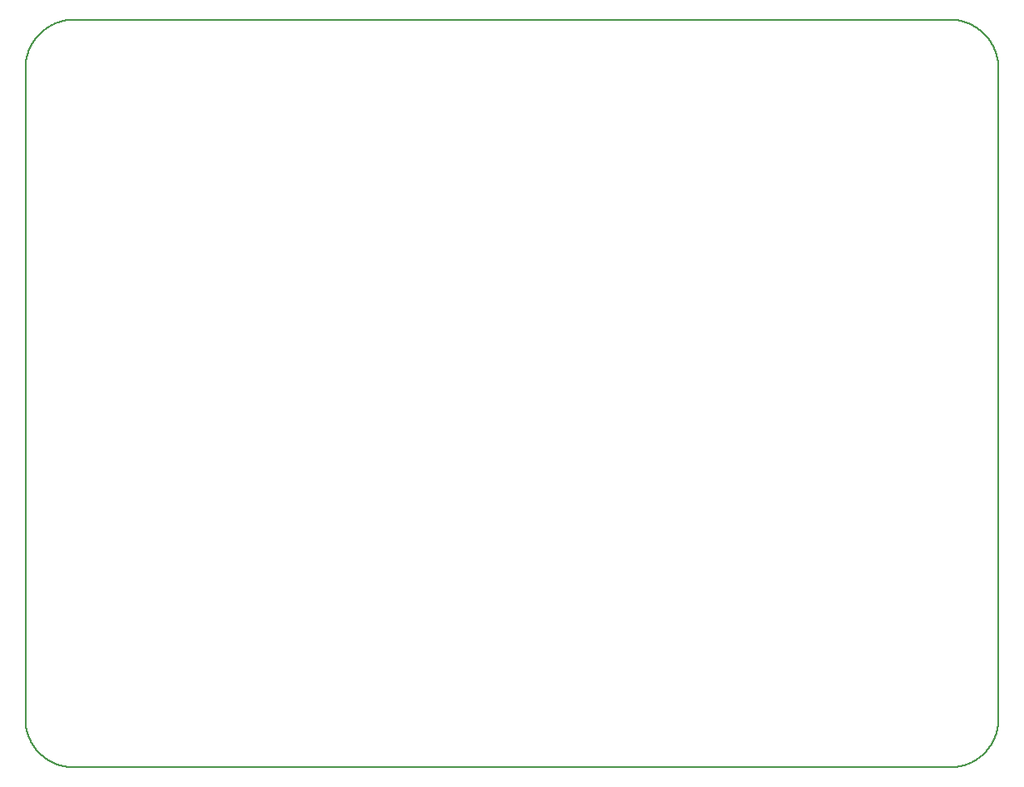
<source format=gm1>
G04 MADE WITH FRITZING*
G04 WWW.FRITZING.ORG*
G04 DOUBLE SIDED*
G04 HOLES PLATED*
G04 CONTOUR ON CENTER OF CONTOUR VECTOR*
%ASAXBY*%
%FSLAX23Y23*%
%MOIN*%
%OFA0B0*%
%SFA1.0B1.0*%
%ADD10C,0.008*%
%LNCONTOUR*%
G90*
G70*
G54D10*
X182Y3000D02*
X183Y3000D01*
X184Y3000D01*
X185Y3000D01*
X186Y3000D01*
X187Y3000D01*
X188Y3000D01*
X189Y3000D01*
X190Y3000D01*
X191Y3000D01*
X192Y3000D01*
X193Y3000D01*
X194Y3000D01*
X195Y3000D01*
X196Y3000D01*
X197Y3000D01*
X198Y3000D01*
X199Y3000D01*
X200Y3000D01*
X201Y3000D01*
X202Y3000D01*
X203Y3000D01*
X204Y3000D01*
X205Y3000D01*
X206Y3000D01*
X207Y3000D01*
X208Y3000D01*
X209Y3000D01*
X210Y3000D01*
X211Y3000D01*
X212Y3000D01*
X213Y3000D01*
X214Y3000D01*
X215Y3000D01*
X216Y3000D01*
X217Y3000D01*
X218Y3000D01*
X219Y3000D01*
X220Y3000D01*
X221Y3000D01*
X222Y3000D01*
X223Y3000D01*
X224Y3000D01*
X225Y3000D01*
X226Y3000D01*
X227Y3000D01*
X228Y3000D01*
X229Y3000D01*
X230Y3000D01*
X231Y3000D01*
X232Y3000D01*
X233Y3000D01*
X234Y3000D01*
X235Y3000D01*
X236Y3000D01*
X237Y3000D01*
X238Y3000D01*
X239Y3000D01*
X240Y3000D01*
X241Y3000D01*
X242Y3000D01*
X243Y3000D01*
X244Y3000D01*
X245Y3000D01*
X246Y3000D01*
X247Y3000D01*
X248Y3000D01*
X249Y3000D01*
X250Y3000D01*
X251Y3000D01*
X252Y3000D01*
X253Y3000D01*
X254Y3000D01*
X255Y3000D01*
X256Y3000D01*
X257Y3000D01*
X258Y3000D01*
X259Y3000D01*
X260Y3000D01*
X261Y3000D01*
X262Y3000D01*
X263Y3000D01*
X264Y3000D01*
X265Y3000D01*
X266Y3000D01*
X267Y3000D01*
X268Y3000D01*
X269Y3000D01*
X270Y3000D01*
X271Y3000D01*
X272Y3000D01*
X273Y3000D01*
X274Y3000D01*
X275Y3000D01*
X276Y3000D01*
X277Y3000D01*
X278Y3000D01*
X279Y3000D01*
X280Y3000D01*
X281Y3000D01*
X282Y3000D01*
X283Y3000D01*
X284Y3000D01*
X285Y3000D01*
X286Y3000D01*
X287Y3000D01*
X288Y3000D01*
X289Y3000D01*
X290Y3000D01*
X291Y3000D01*
X292Y3000D01*
X293Y3000D01*
X294Y3000D01*
X295Y3000D01*
X296Y3000D01*
X297Y3000D01*
X298Y3000D01*
X299Y3000D01*
X300Y3000D01*
X301Y3000D01*
X302Y3000D01*
X303Y3000D01*
X304Y3000D01*
X305Y3000D01*
X306Y3000D01*
X307Y3000D01*
X308Y3000D01*
X309Y3000D01*
X310Y3000D01*
X311Y3000D01*
X312Y3000D01*
X313Y3000D01*
X314Y3000D01*
X315Y3000D01*
X316Y3000D01*
X317Y3000D01*
X318Y3000D01*
X319Y3000D01*
X320Y3000D01*
X321Y3000D01*
X322Y3000D01*
X323Y3000D01*
X324Y3000D01*
X325Y3000D01*
X326Y3000D01*
X327Y3000D01*
X328Y3000D01*
X329Y3000D01*
X330Y3000D01*
X331Y3000D01*
X332Y3000D01*
X333Y3000D01*
X334Y3000D01*
X335Y3000D01*
X336Y3000D01*
X337Y3000D01*
X338Y3000D01*
X339Y3000D01*
X340Y3000D01*
X341Y3000D01*
X342Y3000D01*
X343Y3000D01*
X344Y3000D01*
X345Y3000D01*
X346Y3000D01*
X347Y3000D01*
X348Y3000D01*
X349Y3000D01*
X350Y3000D01*
X351Y3000D01*
X352Y3000D01*
X353Y3000D01*
X354Y3000D01*
X355Y3000D01*
X356Y3000D01*
X357Y3000D01*
X358Y3000D01*
X359Y3000D01*
X360Y3000D01*
X361Y3000D01*
X362Y3000D01*
X363Y3000D01*
X364Y3000D01*
X365Y3000D01*
X366Y3000D01*
X367Y3000D01*
X368Y3000D01*
X369Y3000D01*
X370Y3000D01*
X371Y3000D01*
X372Y3000D01*
X373Y3000D01*
X374Y3000D01*
X375Y3000D01*
X376Y3000D01*
X377Y3000D01*
X378Y3000D01*
X379Y3000D01*
X380Y3000D01*
X381Y3000D01*
X382Y3000D01*
X383Y3000D01*
X384Y3000D01*
X385Y3000D01*
X386Y3000D01*
X387Y3000D01*
X388Y3000D01*
X389Y3000D01*
X390Y3000D01*
X391Y3000D01*
X392Y3000D01*
X393Y3000D01*
X394Y3000D01*
X395Y3000D01*
X396Y3000D01*
X397Y3000D01*
X398Y3000D01*
X399Y3000D01*
X400Y3000D01*
X401Y3000D01*
X402Y3000D01*
X403Y3000D01*
X404Y3000D01*
X405Y3000D01*
X406Y3000D01*
X407Y3000D01*
X408Y3000D01*
X409Y3000D01*
X410Y3000D01*
X411Y3000D01*
X412Y3000D01*
X413Y3000D01*
X414Y3000D01*
X415Y3000D01*
X416Y3000D01*
X417Y3000D01*
X418Y3000D01*
X419Y3000D01*
X420Y3000D01*
X421Y3000D01*
X422Y3000D01*
X423Y3000D01*
X424Y3000D01*
X425Y3000D01*
X426Y3000D01*
X427Y3000D01*
X428Y3000D01*
X429Y3000D01*
X430Y3000D01*
X431Y3000D01*
X432Y3000D01*
X433Y3000D01*
X434Y3000D01*
X435Y3000D01*
X436Y3000D01*
X437Y3000D01*
X438Y3000D01*
X439Y3000D01*
X440Y3000D01*
X441Y3000D01*
X442Y3000D01*
X443Y3000D01*
X444Y3000D01*
X445Y3000D01*
X446Y3000D01*
X447Y3000D01*
X448Y3000D01*
X449Y3000D01*
X450Y3000D01*
X451Y3000D01*
X452Y3000D01*
X453Y3000D01*
X454Y3000D01*
X455Y3000D01*
X456Y3000D01*
X457Y3000D01*
X458Y3000D01*
X459Y3000D01*
X460Y3000D01*
X461Y3000D01*
X462Y3000D01*
X463Y3000D01*
X464Y3000D01*
X465Y3000D01*
X466Y3000D01*
X467Y3000D01*
X468Y3000D01*
X469Y3000D01*
X470Y3000D01*
X471Y3000D01*
X472Y3000D01*
X473Y3000D01*
X474Y3000D01*
X475Y3000D01*
X476Y3000D01*
X477Y3000D01*
X478Y3000D01*
X479Y3000D01*
X480Y3000D01*
X481Y3000D01*
X482Y3000D01*
X483Y3000D01*
X484Y3000D01*
X485Y3000D01*
X486Y3000D01*
X487Y3000D01*
X488Y3000D01*
X489Y3000D01*
X490Y3000D01*
X491Y3000D01*
X492Y3000D01*
X493Y3000D01*
X494Y3000D01*
X495Y3000D01*
X496Y3000D01*
X497Y3000D01*
X498Y3000D01*
X499Y3000D01*
X500Y3000D01*
X501Y3000D01*
X502Y3000D01*
X503Y3000D01*
X504Y3000D01*
X505Y3000D01*
X506Y3000D01*
X507Y3000D01*
X508Y3000D01*
X509Y3000D01*
X510Y3000D01*
X511Y3000D01*
X512Y3000D01*
X513Y3000D01*
X514Y3000D01*
X515Y3000D01*
X516Y3000D01*
X517Y3000D01*
X518Y3000D01*
X519Y3000D01*
X520Y3000D01*
X521Y3000D01*
X522Y3000D01*
X523Y3000D01*
X524Y3000D01*
X525Y3000D01*
X526Y3000D01*
X527Y3000D01*
X528Y3000D01*
X529Y3000D01*
X530Y3000D01*
X531Y3000D01*
X532Y3000D01*
X533Y3000D01*
X534Y3000D01*
X535Y3000D01*
X536Y3000D01*
X537Y3000D01*
X538Y3000D01*
X539Y3000D01*
X540Y3000D01*
X541Y3000D01*
X542Y3000D01*
X543Y3000D01*
X544Y3000D01*
X545Y3000D01*
X546Y3000D01*
X547Y3000D01*
X548Y3000D01*
X549Y3000D01*
X550Y3000D01*
X551Y3000D01*
X552Y3000D01*
X553Y3000D01*
X554Y3000D01*
X555Y3000D01*
X556Y3000D01*
X557Y3000D01*
X558Y3000D01*
X559Y3000D01*
X560Y3000D01*
X561Y3000D01*
X562Y3000D01*
X563Y3000D01*
X564Y3000D01*
X565Y3000D01*
X566Y3000D01*
X567Y3000D01*
X568Y3000D01*
X569Y3000D01*
X570Y3000D01*
X571Y3000D01*
X572Y3000D01*
X573Y3000D01*
X574Y3000D01*
X575Y3000D01*
X576Y3000D01*
X577Y3000D01*
X578Y3000D01*
X579Y3000D01*
X580Y3000D01*
X581Y3000D01*
X582Y3000D01*
X583Y3000D01*
X584Y3000D01*
X585Y3000D01*
X586Y3000D01*
X587Y3000D01*
X588Y3000D01*
X589Y3000D01*
X590Y3000D01*
X591Y3000D01*
X592Y3000D01*
X593Y3000D01*
X594Y3000D01*
X595Y3000D01*
X596Y3000D01*
X597Y3000D01*
X598Y3000D01*
X599Y3000D01*
X600Y3000D01*
X601Y3000D01*
X602Y3000D01*
X603Y3000D01*
X604Y3000D01*
X605Y3000D01*
X606Y3000D01*
X607Y3000D01*
X608Y3000D01*
X609Y3000D01*
X610Y3000D01*
X611Y3000D01*
X612Y3000D01*
X613Y3000D01*
X614Y3000D01*
X615Y3000D01*
X616Y3000D01*
X617Y3000D01*
X618Y3000D01*
X619Y3000D01*
X620Y3000D01*
X621Y3000D01*
X622Y3000D01*
X623Y3000D01*
X624Y3000D01*
X625Y3000D01*
X626Y3000D01*
X627Y3000D01*
X628Y3000D01*
X629Y3000D01*
X630Y3000D01*
X631Y3000D01*
X632Y3000D01*
X633Y3000D01*
X634Y3000D01*
X635Y3000D01*
X636Y3000D01*
X637Y3000D01*
X638Y3000D01*
X639Y3000D01*
X640Y3000D01*
X641Y3000D01*
X642Y3000D01*
X643Y3000D01*
X644Y3000D01*
X645Y3000D01*
X646Y3000D01*
X647Y3000D01*
X648Y3000D01*
X649Y3000D01*
X650Y3000D01*
X651Y3000D01*
X652Y3000D01*
X653Y3000D01*
X654Y3000D01*
X655Y3000D01*
X656Y3000D01*
X657Y3000D01*
X658Y3000D01*
X659Y3000D01*
X660Y3000D01*
X661Y3000D01*
X662Y3000D01*
X663Y3000D01*
X664Y3000D01*
X665Y3000D01*
X666Y3000D01*
X667Y3000D01*
X668Y3000D01*
X669Y3000D01*
X670Y3000D01*
X671Y3000D01*
X672Y3000D01*
X673Y3000D01*
X674Y3000D01*
X675Y3000D01*
X676Y3000D01*
X677Y3000D01*
X678Y3000D01*
X679Y3000D01*
X680Y3000D01*
X681Y3000D01*
X682Y3000D01*
X683Y3000D01*
X684Y3000D01*
X685Y3000D01*
X686Y3000D01*
X687Y3000D01*
X688Y3000D01*
X689Y3000D01*
X690Y3000D01*
X691Y3000D01*
X692Y3000D01*
X693Y3000D01*
X694Y3000D01*
X695Y3000D01*
X696Y3000D01*
X697Y3000D01*
X698Y3000D01*
X699Y3000D01*
X700Y3000D01*
X701Y3000D01*
X702Y3000D01*
X703Y3000D01*
X704Y3000D01*
X705Y3000D01*
X706Y3000D01*
X707Y3000D01*
X708Y3000D01*
X709Y3000D01*
X710Y3000D01*
X711Y3000D01*
X712Y3000D01*
X713Y3000D01*
X714Y3000D01*
X715Y3000D01*
X716Y3000D01*
X717Y3000D01*
X718Y3000D01*
X719Y3000D01*
X720Y3000D01*
X721Y3000D01*
X722Y3000D01*
X723Y3000D01*
X724Y3000D01*
X725Y3000D01*
X726Y3000D01*
X727Y3000D01*
X728Y3000D01*
X729Y3000D01*
X730Y3000D01*
X731Y3000D01*
X732Y3000D01*
X733Y3000D01*
X734Y3000D01*
X735Y3000D01*
X736Y3000D01*
X737Y3000D01*
X738Y3000D01*
X739Y3000D01*
X740Y3000D01*
X741Y3000D01*
X742Y3000D01*
X743Y3000D01*
X744Y3000D01*
X745Y3000D01*
X746Y3000D01*
X747Y3000D01*
X748Y3000D01*
X749Y3000D01*
X750Y3000D01*
X751Y3000D01*
X752Y3000D01*
X753Y3000D01*
X754Y3000D01*
X755Y3000D01*
X756Y3000D01*
X757Y3000D01*
X758Y3000D01*
X759Y3000D01*
X760Y3000D01*
X761Y3000D01*
X762Y3000D01*
X763Y3000D01*
X764Y3000D01*
X765Y3000D01*
X766Y3000D01*
X767Y3000D01*
X768Y3000D01*
X769Y3000D01*
X770Y3000D01*
X771Y3000D01*
X772Y3000D01*
X773Y3000D01*
X774Y3000D01*
X775Y3000D01*
X776Y3000D01*
X777Y3000D01*
X778Y3000D01*
X779Y3000D01*
X780Y3000D01*
X781Y3000D01*
X782Y3000D01*
X783Y3000D01*
X784Y3000D01*
X785Y3000D01*
X786Y3000D01*
X787Y3000D01*
X788Y3000D01*
X789Y3000D01*
X790Y3000D01*
X791Y3000D01*
X792Y3000D01*
X793Y3000D01*
X794Y3000D01*
X795Y3000D01*
X796Y3000D01*
X797Y3000D01*
X798Y3000D01*
X799Y3000D01*
X800Y3000D01*
X801Y3000D01*
X802Y3000D01*
X803Y3000D01*
X804Y3000D01*
X805Y3000D01*
X806Y3000D01*
X807Y3000D01*
X808Y3000D01*
X809Y3000D01*
X810Y3000D01*
X811Y3000D01*
X812Y3000D01*
X813Y3000D01*
X814Y3000D01*
X815Y3000D01*
X816Y3000D01*
X817Y3000D01*
X818Y3000D01*
X819Y3000D01*
X820Y3000D01*
X821Y3000D01*
X822Y3000D01*
X823Y3000D01*
X824Y3000D01*
X825Y3000D01*
X826Y3000D01*
X827Y3000D01*
X828Y3000D01*
X829Y3000D01*
X830Y3000D01*
X831Y3000D01*
X832Y3000D01*
X833Y3000D01*
X834Y3000D01*
X835Y3000D01*
X836Y3000D01*
X837Y3000D01*
X838Y3000D01*
X839Y3000D01*
X840Y3000D01*
X841Y3000D01*
X842Y3000D01*
X843Y3000D01*
X844Y3000D01*
X845Y3000D01*
X846Y3000D01*
X847Y3000D01*
X848Y3000D01*
X849Y3000D01*
X850Y3000D01*
X851Y3000D01*
X852Y3000D01*
X853Y3000D01*
X854Y3000D01*
X855Y3000D01*
X856Y3000D01*
X857Y3000D01*
X858Y3000D01*
X859Y3000D01*
X860Y3000D01*
X861Y3000D01*
X862Y3000D01*
X863Y3000D01*
X864Y3000D01*
X865Y3000D01*
X866Y3000D01*
X867Y3000D01*
X868Y3000D01*
X869Y3000D01*
X870Y3000D01*
X871Y3000D01*
X872Y3000D01*
X873Y3000D01*
X874Y3000D01*
X875Y3000D01*
X876Y3000D01*
X877Y3000D01*
X878Y3000D01*
X879Y3000D01*
X880Y3000D01*
X881Y3000D01*
X882Y3000D01*
X883Y3000D01*
X884Y3000D01*
X885Y3000D01*
X886Y3000D01*
X887Y3000D01*
X888Y3000D01*
X889Y3000D01*
X890Y3000D01*
X891Y3000D01*
X892Y3000D01*
X893Y3000D01*
X894Y3000D01*
X895Y3000D01*
X896Y3000D01*
X897Y3000D01*
X898Y3000D01*
X899Y3000D01*
X900Y3000D01*
X901Y3000D01*
X902Y3000D01*
X903Y3000D01*
X904Y3000D01*
X905Y3000D01*
X906Y3000D01*
X907Y3000D01*
X908Y3000D01*
X909Y3000D01*
X910Y3000D01*
X911Y3000D01*
X912Y3000D01*
X913Y3000D01*
X914Y3000D01*
X915Y3000D01*
X916Y3000D01*
X917Y3000D01*
X918Y3000D01*
X919Y3000D01*
X920Y3000D01*
X921Y3000D01*
X922Y3000D01*
X923Y3000D01*
X924Y3000D01*
X925Y3000D01*
X926Y3000D01*
X927Y3000D01*
X928Y3000D01*
X929Y3000D01*
X930Y3000D01*
X931Y3000D01*
X932Y3000D01*
X933Y3000D01*
X934Y3000D01*
X935Y3000D01*
X936Y3000D01*
X937Y3000D01*
X938Y3000D01*
X939Y3000D01*
X940Y3000D01*
X941Y3000D01*
X942Y3000D01*
X943Y3000D01*
X944Y3000D01*
X945Y3000D01*
X946Y3000D01*
X947Y3000D01*
X948Y3000D01*
X949Y3000D01*
X950Y3000D01*
X951Y3000D01*
X952Y3000D01*
X953Y3000D01*
X954Y3000D01*
X955Y3000D01*
X956Y3000D01*
X957Y3000D01*
X958Y3000D01*
X959Y3000D01*
X960Y3000D01*
X961Y3000D01*
X962Y3000D01*
X963Y3000D01*
X964Y3000D01*
X965Y3000D01*
X966Y3000D01*
X967Y3000D01*
X968Y3000D01*
X969Y3000D01*
X970Y3000D01*
X971Y3000D01*
X972Y3000D01*
X973Y3000D01*
X974Y3000D01*
X975Y3000D01*
X976Y3000D01*
X977Y3000D01*
X978Y3000D01*
X979Y3000D01*
X980Y3000D01*
X981Y3000D01*
X982Y3000D01*
X983Y3000D01*
X984Y3000D01*
X985Y3000D01*
X986Y3000D01*
X987Y3000D01*
X988Y3000D01*
X989Y3000D01*
X990Y3000D01*
X991Y3000D01*
X992Y3000D01*
X993Y3000D01*
X994Y3000D01*
X995Y3000D01*
X996Y3000D01*
X997Y3000D01*
X998Y3000D01*
X999Y3000D01*
X1000Y3000D01*
X1001Y3000D01*
X1002Y3000D01*
X1003Y3000D01*
X1004Y3000D01*
X1005Y3000D01*
X1006Y3000D01*
X1007Y3000D01*
X1008Y3000D01*
X1009Y3000D01*
X1010Y3000D01*
X1011Y3000D01*
X1012Y3000D01*
X1013Y3000D01*
X1014Y3000D01*
X1015Y3000D01*
X1016Y3000D01*
X1017Y3000D01*
X1018Y3000D01*
X1019Y3000D01*
X1020Y3000D01*
X1021Y3000D01*
X1022Y3000D01*
X1023Y3000D01*
X1024Y3000D01*
X1025Y3000D01*
X1026Y3000D01*
X1027Y3000D01*
X1028Y3000D01*
X1029Y3000D01*
X1030Y3000D01*
X1031Y3000D01*
X1032Y3000D01*
X1033Y3000D01*
X1034Y3000D01*
X1035Y3000D01*
X1036Y3000D01*
X1037Y3000D01*
X1038Y3000D01*
X1039Y3000D01*
X1040Y3000D01*
X1041Y3000D01*
X1042Y3000D01*
X1043Y3000D01*
X1044Y3000D01*
X1045Y3000D01*
X1046Y3000D01*
X1047Y3000D01*
X1048Y3000D01*
X1049Y3000D01*
X1050Y3000D01*
X1051Y3000D01*
X1052Y3000D01*
X1053Y3000D01*
X1054Y3000D01*
X1055Y3000D01*
X1056Y3000D01*
X1057Y3000D01*
X1058Y3000D01*
X1059Y3000D01*
X1060Y3000D01*
X1061Y3000D01*
X1062Y3000D01*
X1063Y3000D01*
X1064Y3000D01*
X1065Y3000D01*
X1066Y3000D01*
X1067Y3000D01*
X1068Y3000D01*
X1069Y3000D01*
X1070Y3000D01*
X1071Y3000D01*
X1072Y3000D01*
X1073Y3000D01*
X1074Y3000D01*
X1075Y3000D01*
X1076Y3000D01*
X1077Y3000D01*
X1078Y3000D01*
X1079Y3000D01*
X1080Y3000D01*
X1081Y3000D01*
X1082Y3000D01*
X1083Y3000D01*
X1084Y3000D01*
X1085Y3000D01*
X1086Y3000D01*
X1087Y3000D01*
X1088Y3000D01*
X1089Y3000D01*
X1090Y3000D01*
X1091Y3000D01*
X1092Y3000D01*
X1093Y3000D01*
X1094Y3000D01*
X1095Y3000D01*
X1096Y3000D01*
X1097Y3000D01*
X1098Y3000D01*
X1099Y3000D01*
X1100Y3000D01*
X1101Y3000D01*
X1102Y3000D01*
X1103Y3000D01*
X1104Y3000D01*
X1105Y3000D01*
X1106Y3000D01*
X1107Y3000D01*
X1108Y3000D01*
X1109Y3000D01*
X1110Y3000D01*
X1111Y3000D01*
X1112Y3000D01*
X1113Y3000D01*
X1114Y3000D01*
X1115Y3000D01*
X1116Y3000D01*
X1117Y3000D01*
X1118Y3000D01*
X1119Y3000D01*
X1120Y3000D01*
X1121Y3000D01*
X1122Y3000D01*
X1123Y3000D01*
X1124Y3000D01*
X1125Y3000D01*
X1126Y3000D01*
X1127Y3000D01*
X1128Y3000D01*
X1129Y3000D01*
X1130Y3000D01*
X1131Y3000D01*
X1132Y3000D01*
X1133Y3000D01*
X1134Y3000D01*
X1135Y3000D01*
X1136Y3000D01*
X1137Y3000D01*
X1138Y3000D01*
X1139Y3000D01*
X1140Y3000D01*
X1141Y3000D01*
X1142Y3000D01*
X1143Y3000D01*
X1144Y3000D01*
X1145Y3000D01*
X1146Y3000D01*
X1147Y3000D01*
X1148Y3000D01*
X1149Y3000D01*
X1150Y3000D01*
X1151Y3000D01*
X1152Y3000D01*
X1153Y3000D01*
X1154Y3000D01*
X1155Y3000D01*
X1156Y3000D01*
X1157Y3000D01*
X1158Y3000D01*
X1159Y3000D01*
X1160Y3000D01*
X1161Y3000D01*
X1162Y3000D01*
X1163Y3000D01*
X1164Y3000D01*
X1165Y3000D01*
X1166Y3000D01*
X1167Y3000D01*
X1168Y3000D01*
X1169Y3000D01*
X1170Y3000D01*
X1171Y3000D01*
X1172Y3000D01*
X1173Y3000D01*
X1174Y3000D01*
X1175Y3000D01*
X1176Y3000D01*
X1177Y3000D01*
X1178Y3000D01*
X1179Y3000D01*
X1180Y3000D01*
X1181Y3000D01*
X1182Y3000D01*
X1183Y3000D01*
X1184Y3000D01*
X1185Y3000D01*
X1186Y3000D01*
X1187Y3000D01*
X1188Y3000D01*
X1189Y3000D01*
X1190Y3000D01*
X1191Y3000D01*
X1192Y3000D01*
X1193Y3000D01*
X1194Y3000D01*
X1195Y3000D01*
X1196Y3000D01*
X1197Y3000D01*
X1198Y3000D01*
X1199Y3000D01*
X1200Y3000D01*
X1201Y3000D01*
X1202Y3000D01*
X1203Y3000D01*
X1204Y3000D01*
X1205Y3000D01*
X1206Y3000D01*
X1207Y3000D01*
X1208Y3000D01*
X1209Y3000D01*
X1210Y3000D01*
X1211Y3000D01*
X1212Y3000D01*
X1213Y3000D01*
X1214Y3000D01*
X1215Y3000D01*
X1216Y3000D01*
X1217Y3000D01*
X1218Y3000D01*
X1219Y3000D01*
X1220Y3000D01*
X1221Y3000D01*
X1222Y3000D01*
X1223Y3000D01*
X1224Y3000D01*
X1225Y3000D01*
X1226Y3000D01*
X1227Y3000D01*
X1228Y3000D01*
X1229Y3000D01*
X1230Y3000D01*
X1231Y3000D01*
X1232Y3000D01*
X1233Y3000D01*
X1234Y3000D01*
X1235Y3000D01*
X1236Y3000D01*
X1237Y3000D01*
X1238Y3000D01*
X1239Y3000D01*
X1240Y3000D01*
X1241Y3000D01*
X1242Y3000D01*
X1243Y3000D01*
X1244Y3000D01*
X1245Y3000D01*
X1246Y3000D01*
X1247Y3000D01*
X1248Y3000D01*
X1249Y3000D01*
X1250Y3000D01*
X1251Y3000D01*
X1252Y3000D01*
X1253Y3000D01*
X1254Y3000D01*
X1255Y3000D01*
X1256Y3000D01*
X1257Y3000D01*
X1258Y3000D01*
X1259Y3000D01*
X1260Y3000D01*
X1261Y3000D01*
X1262Y3000D01*
X1263Y3000D01*
X1264Y3000D01*
X1265Y3000D01*
X1266Y3000D01*
X1267Y3000D01*
X1268Y3000D01*
X1269Y3000D01*
X1270Y3000D01*
X1271Y3000D01*
X1272Y3000D01*
X1273Y3000D01*
X1274Y3000D01*
X1275Y3000D01*
X1276Y3000D01*
X1277Y3000D01*
X1278Y3000D01*
X1279Y3000D01*
X1280Y3000D01*
X1281Y3000D01*
X1282Y3000D01*
X1283Y3000D01*
X1284Y3000D01*
X1285Y3000D01*
X1286Y3000D01*
X1287Y3000D01*
X1288Y3000D01*
X1289Y3000D01*
X1290Y3000D01*
X1291Y3000D01*
X1292Y3000D01*
X1293Y3000D01*
X1294Y3000D01*
X1295Y3000D01*
X1296Y3000D01*
X1297Y3000D01*
X1298Y3000D01*
X1299Y3000D01*
X1300Y3000D01*
X1301Y3000D01*
X1302Y3000D01*
X1303Y3000D01*
X1304Y3000D01*
X1305Y3000D01*
X1306Y3000D01*
X1307Y3000D01*
X1308Y3000D01*
X1309Y3000D01*
X1310Y3000D01*
X1311Y3000D01*
X1312Y3000D01*
X1313Y3000D01*
X1314Y3000D01*
X1315Y3000D01*
X1316Y3000D01*
X1317Y3000D01*
X1318Y3000D01*
X1319Y3000D01*
X1320Y3000D01*
X1321Y3000D01*
X1322Y3000D01*
X1323Y3000D01*
X1324Y3000D01*
X1325Y3000D01*
X1326Y3000D01*
X1327Y3000D01*
X1328Y3000D01*
X1329Y3000D01*
X1330Y3000D01*
X1331Y3000D01*
X1332Y3000D01*
X1333Y3000D01*
X1334Y3000D01*
X1335Y3000D01*
X1336Y3000D01*
X1337Y3000D01*
X1338Y3000D01*
X1339Y3000D01*
X1340Y3000D01*
X1341Y3000D01*
X1342Y3000D01*
X1343Y3000D01*
X1344Y3000D01*
X1345Y3000D01*
X1346Y3000D01*
X1347Y3000D01*
X1348Y3000D01*
X1349Y3000D01*
X1350Y3000D01*
X1351Y3000D01*
X1352Y3000D01*
X1353Y3000D01*
X1354Y3000D01*
X1355Y3000D01*
X1356Y3000D01*
X1357Y3000D01*
X1358Y3000D01*
X1359Y3000D01*
X1360Y3000D01*
X1361Y3000D01*
X1362Y3000D01*
X1363Y3000D01*
X1364Y3000D01*
X1365Y3000D01*
X1366Y3000D01*
X1367Y3000D01*
X1368Y3000D01*
X1369Y3000D01*
X1370Y3000D01*
X1371Y3000D01*
X1372Y3000D01*
X1373Y3000D01*
X1374Y3000D01*
X1375Y3000D01*
X1376Y3000D01*
X1377Y3000D01*
X1378Y3000D01*
X1379Y3000D01*
X1380Y3000D01*
X1381Y3000D01*
X1382Y3000D01*
X1383Y3000D01*
X1384Y3000D01*
X1385Y3000D01*
X1386Y3000D01*
X1387Y3000D01*
X1388Y3000D01*
X1389Y3000D01*
X1390Y3000D01*
X1391Y3000D01*
X1392Y3000D01*
X1393Y3000D01*
X1394Y3000D01*
X1395Y3000D01*
X1396Y3000D01*
X1397Y3000D01*
X1398Y3000D01*
X1399Y3000D01*
X1400Y3000D01*
X1401Y3000D01*
X1402Y3000D01*
X1403Y3000D01*
X1404Y3000D01*
X1405Y3000D01*
X1406Y3000D01*
X1407Y3000D01*
X1408Y3000D01*
X1409Y3000D01*
X1410Y3000D01*
X1411Y3000D01*
X1412Y3000D01*
X1413Y3000D01*
X1414Y3000D01*
X1415Y3000D01*
X1416Y3000D01*
X1417Y3000D01*
X1418Y3000D01*
X1419Y3000D01*
X1420Y3000D01*
X1421Y3000D01*
X1422Y3000D01*
X1423Y3000D01*
X1424Y3000D01*
X1425Y3000D01*
X1426Y3000D01*
X1427Y3000D01*
X1428Y3000D01*
X1429Y3000D01*
X1430Y3000D01*
X1431Y3000D01*
X1432Y3000D01*
X1433Y3000D01*
X1434Y3000D01*
X1435Y3000D01*
X1436Y3000D01*
X1437Y3000D01*
X1438Y3000D01*
X1439Y3000D01*
X1440Y3000D01*
X1441Y3000D01*
X1442Y3000D01*
X1443Y3000D01*
X1444Y3000D01*
X1445Y3000D01*
X1446Y3000D01*
X1447Y3000D01*
X1448Y3000D01*
X1449Y3000D01*
X1450Y3000D01*
X1451Y3000D01*
X1452Y3000D01*
X1453Y3000D01*
X1454Y3000D01*
X1455Y3000D01*
X1456Y3000D01*
X1457Y3000D01*
X1458Y3000D01*
X1459Y3000D01*
X1460Y3000D01*
X1461Y3000D01*
X1462Y3000D01*
X1463Y3000D01*
X1464Y3000D01*
X1465Y3000D01*
X1466Y3000D01*
X1467Y3000D01*
X1468Y3000D01*
X1469Y3000D01*
X1470Y3000D01*
X1471Y3000D01*
X1472Y3000D01*
X1473Y3000D01*
X1474Y3000D01*
X1475Y3000D01*
X1476Y3000D01*
X1477Y3000D01*
X1478Y3000D01*
X1479Y3000D01*
X1480Y3000D01*
X1481Y3000D01*
X1482Y3000D01*
X1483Y3000D01*
X1484Y3000D01*
X1485Y3000D01*
X1486Y3000D01*
X1487Y3000D01*
X1488Y3000D01*
X1489Y3000D01*
X1490Y3000D01*
X1491Y3000D01*
X1492Y3000D01*
X1493Y3000D01*
X1494Y3000D01*
X1495Y3000D01*
X1496Y3000D01*
X1497Y3000D01*
X1498Y3000D01*
X1499Y3000D01*
X1500Y3000D01*
X1501Y3000D01*
X1502Y3000D01*
X1503Y3000D01*
X1504Y3000D01*
X1505Y3000D01*
X1506Y3000D01*
X1507Y3000D01*
X1508Y3000D01*
X1509Y3000D01*
X1510Y3000D01*
X1511Y3000D01*
X1512Y3000D01*
X1513Y3000D01*
X1514Y3000D01*
X1515Y3000D01*
X1516Y3000D01*
X1517Y3000D01*
X1518Y3000D01*
X1519Y3000D01*
X1520Y3000D01*
X1521Y3000D01*
X1522Y3000D01*
X1523Y3000D01*
X1524Y3000D01*
X1525Y3000D01*
X1526Y3000D01*
X1527Y3000D01*
X1528Y3000D01*
X1529Y3000D01*
X1530Y3000D01*
X1531Y3000D01*
X1532Y3000D01*
X1533Y3000D01*
X1534Y3000D01*
X1535Y3000D01*
X1536Y3000D01*
X1537Y3000D01*
X1538Y3000D01*
X1539Y3000D01*
X1540Y3000D01*
X1541Y3000D01*
X1542Y3000D01*
X1543Y3000D01*
X1544Y3000D01*
X1545Y3000D01*
X1546Y3000D01*
X1547Y3000D01*
X1548Y3000D01*
X1549Y3000D01*
X1550Y3000D01*
X1551Y3000D01*
X1552Y3000D01*
X1553Y3000D01*
X1554Y3000D01*
X1555Y3000D01*
X1556Y3000D01*
X1557Y3000D01*
X1558Y3000D01*
X1559Y3000D01*
X1560Y3000D01*
X1561Y3000D01*
X1562Y3000D01*
X1563Y3000D01*
X1564Y3000D01*
X1565Y3000D01*
X1566Y3000D01*
X1567Y3000D01*
X1568Y3000D01*
X1569Y3000D01*
X1570Y3000D01*
X1571Y3000D01*
X1572Y3000D01*
X1573Y3000D01*
X1574Y3000D01*
X1575Y3000D01*
X1576Y3000D01*
X1577Y3000D01*
X1578Y3000D01*
X1579Y3000D01*
X1580Y3000D01*
X1581Y3000D01*
X1582Y3000D01*
X1583Y3000D01*
X1584Y3000D01*
X1585Y3000D01*
X1586Y3000D01*
X1587Y3000D01*
X1588Y3000D01*
X1589Y3000D01*
X1590Y3000D01*
X1591Y3000D01*
X1592Y3000D01*
X1593Y3000D01*
X1594Y3000D01*
X1595Y3000D01*
X1596Y3000D01*
X1597Y3000D01*
X1598Y3000D01*
X1599Y3000D01*
X1600Y3000D01*
X1601Y3000D01*
X1602Y3000D01*
X1603Y3000D01*
X1604Y3000D01*
X1605Y3000D01*
X1606Y3000D01*
X1607Y3000D01*
X1608Y3000D01*
X1609Y3000D01*
X1610Y3000D01*
X1611Y3000D01*
X1612Y3000D01*
X1613Y3000D01*
X1614Y3000D01*
X1615Y3000D01*
X1616Y3000D01*
X1617Y3000D01*
X1618Y3000D01*
X1619Y3000D01*
X1620Y3000D01*
X1621Y3000D01*
X1622Y3000D01*
X1623Y3000D01*
X1624Y3000D01*
X1625Y3000D01*
X1626Y3000D01*
X1627Y3000D01*
X1628Y3000D01*
X1629Y3000D01*
X1630Y3000D01*
X1631Y3000D01*
X1632Y3000D01*
X1633Y3000D01*
X1634Y3000D01*
X1635Y3000D01*
X1636Y3000D01*
X1637Y3000D01*
X1638Y3000D01*
X1639Y3000D01*
X1640Y3000D01*
X1641Y3000D01*
X1642Y3000D01*
X1643Y3000D01*
X1644Y3000D01*
X1645Y3000D01*
X1646Y3000D01*
X1647Y3000D01*
X1648Y3000D01*
X1649Y3000D01*
X1650Y3000D01*
X1651Y3000D01*
X1652Y3000D01*
X1653Y3000D01*
X1654Y3000D01*
X1655Y3000D01*
X1656Y3000D01*
X1657Y3000D01*
X1658Y3000D01*
X1659Y3000D01*
X1660Y3000D01*
X1661Y3000D01*
X1662Y3000D01*
X1663Y3000D01*
X1664Y3000D01*
X1665Y3000D01*
X1666Y3000D01*
X1667Y3000D01*
X1668Y3000D01*
X1669Y3000D01*
X1670Y3000D01*
X1671Y3000D01*
X1672Y3000D01*
X1673Y3000D01*
X1674Y3000D01*
X1675Y3000D01*
X1676Y3000D01*
X1677Y3000D01*
X1678Y3000D01*
X1679Y3000D01*
X1680Y3000D01*
X1681Y3000D01*
X1682Y3000D01*
X1683Y3000D01*
X1684Y3000D01*
X1685Y3000D01*
X1686Y3000D01*
X1687Y3000D01*
X1688Y3000D01*
X1689Y3000D01*
X1690Y3000D01*
X1691Y3000D01*
X1692Y3000D01*
X1693Y3000D01*
X1694Y3000D01*
X1695Y3000D01*
X1696Y3000D01*
X1697Y3000D01*
X1698Y3000D01*
X1699Y3000D01*
X1700Y3000D01*
X1701Y3000D01*
X1702Y3000D01*
X1703Y3000D01*
X1704Y3000D01*
X1705Y3000D01*
X1706Y3000D01*
X1707Y3000D01*
X1708Y3000D01*
X1709Y3000D01*
X1710Y3000D01*
X1711Y3000D01*
X1712Y3000D01*
X1713Y3000D01*
X1714Y3000D01*
X1715Y3000D01*
X1716Y3000D01*
X1717Y3000D01*
X1718Y3000D01*
X1719Y3000D01*
X1720Y3000D01*
X1721Y3000D01*
X1722Y3000D01*
X1723Y3000D01*
X1724Y3000D01*
X1725Y3000D01*
X1726Y3000D01*
X1727Y3000D01*
X1728Y3000D01*
X1729Y3000D01*
X1730Y3000D01*
X1731Y3000D01*
X1732Y3000D01*
X1733Y3000D01*
X1734Y3000D01*
X1735Y3000D01*
X1736Y3000D01*
X1737Y3000D01*
X1738Y3000D01*
X1739Y3000D01*
X1740Y3000D01*
X1741Y3000D01*
X1742Y3000D01*
X1743Y3000D01*
X1744Y3000D01*
X1745Y3000D01*
X1746Y3000D01*
X1747Y3000D01*
X1748Y3000D01*
X1749Y3000D01*
X1750Y3000D01*
X1751Y3000D01*
X1752Y3000D01*
X1753Y3000D01*
X1754Y3000D01*
X1755Y3000D01*
X1756Y3000D01*
X1757Y3000D01*
X1758Y3000D01*
X1759Y3000D01*
X1760Y3000D01*
X1761Y3000D01*
X1762Y3000D01*
X1763Y3000D01*
X1764Y3000D01*
X1765Y3000D01*
X1766Y3000D01*
X1767Y3000D01*
X1768Y3000D01*
X1769Y3000D01*
X1770Y3000D01*
X1771Y3000D01*
X1772Y3000D01*
X1773Y3000D01*
X1774Y3000D01*
X1775Y3000D01*
X1776Y3000D01*
X1777Y3000D01*
X1778Y3000D01*
X1779Y3000D01*
X1780Y3000D01*
X1781Y3000D01*
X1782Y3000D01*
X1783Y3000D01*
X1784Y3000D01*
X1785Y3000D01*
X1786Y3000D01*
X1787Y3000D01*
X1788Y3000D01*
X1789Y3000D01*
X1790Y3000D01*
X1791Y3000D01*
X1792Y3000D01*
X1793Y3000D01*
X1794Y3000D01*
X1795Y3000D01*
X1796Y3000D01*
X1797Y3000D01*
X1798Y3000D01*
X1799Y3000D01*
X1800Y3000D01*
X1801Y3000D01*
X1802Y3000D01*
X1803Y3000D01*
X1804Y3000D01*
X1805Y3000D01*
X1806Y3000D01*
X1807Y3000D01*
X1808Y3000D01*
X1809Y3000D01*
X1810Y3000D01*
X1811Y3000D01*
X1812Y3000D01*
X1813Y3000D01*
X1814Y3000D01*
X1815Y3000D01*
X1816Y3000D01*
X1817Y3000D01*
X1818Y3000D01*
X1819Y3000D01*
X1820Y3000D01*
X1821Y3000D01*
X1822Y3000D01*
X1823Y3000D01*
X1824Y3000D01*
X1825Y3000D01*
X1826Y3000D01*
X1827Y3000D01*
X1828Y3000D01*
X1829Y3000D01*
X1830Y3000D01*
X1831Y3000D01*
X1832Y3000D01*
X1833Y3000D01*
X1834Y3000D01*
X1835Y3000D01*
X1836Y3000D01*
X1837Y3000D01*
X1838Y3000D01*
X1839Y3000D01*
X1840Y3000D01*
X1841Y3000D01*
X1842Y3000D01*
X1843Y3000D01*
X1844Y3000D01*
X1845Y3000D01*
X1846Y3000D01*
X1847Y3000D01*
X1848Y3000D01*
X1849Y3000D01*
X1850Y3000D01*
X1851Y3000D01*
X1852Y3000D01*
X1853Y3000D01*
X1854Y3000D01*
X1855Y3000D01*
X1856Y3000D01*
X1857Y3000D01*
X1858Y3000D01*
X1859Y3000D01*
X1860Y3000D01*
X1861Y3000D01*
X1862Y3000D01*
X1863Y3000D01*
X1864Y3000D01*
X1865Y3000D01*
X1866Y3000D01*
X1867Y3000D01*
X1868Y3000D01*
X1869Y3000D01*
X1870Y3000D01*
X1871Y3000D01*
X1872Y3000D01*
X1873Y3000D01*
X1874Y3000D01*
X1875Y3000D01*
X1876Y3000D01*
X1877Y3000D01*
X1878Y3000D01*
X1879Y3000D01*
X1880Y3000D01*
X1881Y3000D01*
X1882Y3000D01*
X1883Y3000D01*
X1884Y3000D01*
X1885Y3000D01*
X1886Y3000D01*
X1887Y3000D01*
X1888Y3000D01*
X1889Y3000D01*
X1890Y3000D01*
X1891Y3000D01*
X1892Y3000D01*
X1893Y3000D01*
X1894Y3000D01*
X1895Y3000D01*
X1896Y3000D01*
X1897Y3000D01*
X1898Y3000D01*
X1899Y3000D01*
X1900Y3000D01*
X1901Y3000D01*
X1902Y3000D01*
X1903Y3000D01*
X1904Y3000D01*
X1905Y3000D01*
X1906Y3000D01*
X1907Y3000D01*
X1908Y3000D01*
X1909Y3000D01*
X1910Y3000D01*
X1911Y3000D01*
X1912Y3000D01*
X1913Y3000D01*
X1914Y3000D01*
X1915Y3000D01*
X1916Y3000D01*
X1917Y3000D01*
X1918Y3000D01*
X1919Y3000D01*
X1920Y3000D01*
X1921Y3000D01*
X1922Y3000D01*
X1923Y3000D01*
X1924Y3000D01*
X1925Y3000D01*
X1926Y3000D01*
X1927Y3000D01*
X1928Y3000D01*
X1929Y3000D01*
X1930Y3000D01*
X1931Y3000D01*
X1932Y3000D01*
X1933Y3000D01*
X1934Y3000D01*
X1935Y3000D01*
X1936Y3000D01*
X1937Y3000D01*
X1938Y3000D01*
X1939Y3000D01*
X1940Y3000D01*
X1941Y3000D01*
X1942Y3000D01*
X1943Y3000D01*
X1944Y3000D01*
X1945Y3000D01*
X1946Y3000D01*
X1947Y3000D01*
X1948Y3000D01*
X1949Y3000D01*
X1950Y3000D01*
X1951Y3000D01*
X1952Y3000D01*
X1953Y3000D01*
X1954Y3000D01*
X1955Y3000D01*
X1956Y3000D01*
X1957Y3000D01*
X1958Y3000D01*
X1959Y3000D01*
X1960Y3000D01*
X1961Y3000D01*
X1962Y3000D01*
X1963Y3000D01*
X1964Y3000D01*
X1965Y3000D01*
X1966Y3000D01*
X1967Y3000D01*
X1968Y3000D01*
X1969Y3000D01*
X1970Y3000D01*
X1971Y3000D01*
X1972Y3000D01*
X1973Y3000D01*
X1974Y3000D01*
X1975Y3000D01*
X1976Y3000D01*
X1977Y3000D01*
X1978Y3000D01*
X1979Y3000D01*
X1980Y3000D01*
X1981Y3000D01*
X1982Y3000D01*
X1983Y3000D01*
X1984Y3000D01*
X1985Y3000D01*
X1986Y3000D01*
X1987Y3000D01*
X1988Y3000D01*
X1989Y3000D01*
X1990Y3000D01*
X1991Y3000D01*
X1992Y3000D01*
X1993Y3000D01*
X1994Y3000D01*
X1995Y3000D01*
X1996Y3000D01*
X1997Y3000D01*
X1998Y3000D01*
X1999Y3000D01*
X2000Y3000D01*
X2001Y3000D01*
X2002Y3000D01*
X2003Y3000D01*
X2004Y3000D01*
X2005Y3000D01*
X2006Y3000D01*
X2007Y3000D01*
X2008Y3000D01*
X2009Y3000D01*
X2010Y3000D01*
X2011Y3000D01*
X2012Y3000D01*
X2013Y3000D01*
X2014Y3000D01*
X2015Y3000D01*
X2016Y3000D01*
X2017Y3000D01*
X2018Y3000D01*
X2019Y3000D01*
X2020Y3000D01*
X2021Y3000D01*
X2022Y3000D01*
X2023Y3000D01*
X2024Y3000D01*
X2025Y3000D01*
X2026Y3000D01*
X2027Y3000D01*
X2028Y3000D01*
X2029Y3000D01*
X2030Y3000D01*
X2031Y3000D01*
X2032Y3000D01*
X2033Y3000D01*
X2034Y3000D01*
X2035Y3000D01*
X2036Y3000D01*
X2037Y3000D01*
X2038Y3000D01*
X2039Y3000D01*
X2040Y3000D01*
X2041Y3000D01*
X2042Y3000D01*
X2043Y3000D01*
X2044Y3000D01*
X2045Y3000D01*
X2046Y3000D01*
X2047Y3000D01*
X2048Y3000D01*
X2049Y3000D01*
X2050Y3000D01*
X2051Y3000D01*
X2052Y3000D01*
X2053Y3000D01*
X2054Y3000D01*
X2055Y3000D01*
X2056Y3000D01*
X2057Y3000D01*
X2058Y3000D01*
X2059Y3000D01*
X2060Y3000D01*
X2061Y3000D01*
X2062Y3000D01*
X2063Y3000D01*
X2064Y3000D01*
X2065Y3000D01*
X2066Y3000D01*
X2067Y3000D01*
X2068Y3000D01*
X2069Y3000D01*
X2070Y3000D01*
X2071Y3000D01*
X2072Y3000D01*
X2073Y3000D01*
X2074Y3000D01*
X2075Y3000D01*
X2076Y3000D01*
X2077Y3000D01*
X2078Y3000D01*
X2079Y3000D01*
X2080Y3000D01*
X2081Y3000D01*
X2082Y3000D01*
X2083Y3000D01*
X2084Y3000D01*
X2085Y3000D01*
X2086Y3000D01*
X2087Y3000D01*
X2088Y3000D01*
X2089Y3000D01*
X2090Y3000D01*
X2091Y3000D01*
X2092Y3000D01*
X2093Y3000D01*
X2094Y3000D01*
X2095Y3000D01*
X2096Y3000D01*
X2097Y3000D01*
X2098Y3000D01*
X2099Y3000D01*
X2100Y3000D01*
X2101Y3000D01*
X2102Y3000D01*
X2103Y3000D01*
X2104Y3000D01*
X2105Y3000D01*
X2106Y3000D01*
X2107Y3000D01*
X2108Y3000D01*
X2109Y3000D01*
X2110Y3000D01*
X2111Y3000D01*
X2112Y3000D01*
X2113Y3000D01*
X2114Y3000D01*
X2115Y3000D01*
X2116Y3000D01*
X2117Y3000D01*
X2118Y3000D01*
X2119Y3000D01*
X2120Y3000D01*
X2121Y3000D01*
X2122Y3000D01*
X2123Y3000D01*
X2124Y3000D01*
X2125Y3000D01*
X2126Y3000D01*
X2127Y3000D01*
X2128Y3000D01*
X2129Y3000D01*
X2130Y3000D01*
X2131Y3000D01*
X2132Y3000D01*
X2133Y3000D01*
X2134Y3000D01*
X2135Y3000D01*
X2136Y3000D01*
X2137Y3000D01*
X2138Y3000D01*
X2139Y3000D01*
X2140Y3000D01*
X2141Y3000D01*
X2142Y3000D01*
X2143Y3000D01*
X2144Y3000D01*
X2145Y3000D01*
X2146Y3000D01*
X2147Y3000D01*
X2148Y3000D01*
X2149Y3000D01*
X2150Y3000D01*
X2151Y3000D01*
X2152Y3000D01*
X2153Y3000D01*
X2154Y3000D01*
X2155Y3000D01*
X2156Y3000D01*
X2157Y3000D01*
X2158Y3000D01*
X2159Y3000D01*
X2160Y3000D01*
X2161Y3000D01*
X2162Y3000D01*
X2163Y3000D01*
X2164Y3000D01*
X2165Y3000D01*
X2166Y3000D01*
X2167Y3000D01*
X2168Y3000D01*
X2169Y3000D01*
X2170Y3000D01*
X2171Y3000D01*
X2172Y3000D01*
X2173Y3000D01*
X2174Y3000D01*
X2175Y3000D01*
X2176Y3000D01*
X2177Y3000D01*
X2178Y3000D01*
X2179Y3000D01*
X2180Y3000D01*
X2181Y3000D01*
X2182Y3000D01*
X2183Y3000D01*
X2184Y3000D01*
X2185Y3000D01*
X2186Y3000D01*
X2187Y3000D01*
X2188Y3000D01*
X2189Y3000D01*
X2190Y3000D01*
X2191Y3000D01*
X2192Y3000D01*
X2193Y3000D01*
X2194Y3000D01*
X2195Y3000D01*
X2196Y3000D01*
X2197Y3000D01*
X2198Y3000D01*
X2199Y3000D01*
X2200Y3000D01*
X2201Y3000D01*
X2202Y3000D01*
X2203Y3000D01*
X2204Y3000D01*
X2205Y3000D01*
X2206Y3000D01*
X2207Y3000D01*
X2208Y3000D01*
X2209Y3000D01*
X2210Y3000D01*
X2211Y3000D01*
X2212Y3000D01*
X2213Y3000D01*
X2214Y3000D01*
X2215Y3000D01*
X2216Y3000D01*
X2217Y3000D01*
X2218Y3000D01*
X2219Y3000D01*
X2220Y3000D01*
X2221Y3000D01*
X2222Y3000D01*
X2223Y3000D01*
X2224Y3000D01*
X2225Y3000D01*
X2226Y3000D01*
X2227Y3000D01*
X2228Y3000D01*
X2229Y3000D01*
X2230Y3000D01*
X2231Y3000D01*
X2232Y3000D01*
X2233Y3000D01*
X2234Y3000D01*
X2235Y3000D01*
X2236Y3000D01*
X2237Y3000D01*
X2238Y3000D01*
X2239Y3000D01*
X2240Y3000D01*
X2241Y3000D01*
X2242Y3000D01*
X2243Y3000D01*
X2244Y3000D01*
X2245Y3000D01*
X2246Y3000D01*
X2247Y3000D01*
X2248Y3000D01*
X2249Y3000D01*
X2250Y3000D01*
X2251Y3000D01*
X2252Y3000D01*
X2253Y3000D01*
X2254Y3000D01*
X2255Y3000D01*
X2256Y3000D01*
X2257Y3000D01*
X2258Y3000D01*
X2259Y3000D01*
X2260Y3000D01*
X2261Y3000D01*
X2262Y3000D01*
X2263Y3000D01*
X2264Y3000D01*
X2265Y3000D01*
X2266Y3000D01*
X2267Y3000D01*
X2268Y3000D01*
X2269Y3000D01*
X2270Y3000D01*
X2271Y3000D01*
X2272Y3000D01*
X2273Y3000D01*
X2274Y3000D01*
X2275Y3000D01*
X2276Y3000D01*
X2277Y3000D01*
X2278Y3000D01*
X2279Y3000D01*
X2280Y3000D01*
X2281Y3000D01*
X2282Y3000D01*
X2283Y3000D01*
X2284Y3000D01*
X2285Y3000D01*
X2286Y3000D01*
X2287Y3000D01*
X2288Y3000D01*
X2289Y3000D01*
X2290Y3000D01*
X2291Y3000D01*
X2292Y3000D01*
X2293Y3000D01*
X2294Y3000D01*
X2295Y3000D01*
X2296Y3000D01*
X2297Y3000D01*
X2298Y3000D01*
X2299Y3000D01*
X2300Y3000D01*
X2301Y3000D01*
X2302Y3000D01*
X2303Y3000D01*
X2304Y3000D01*
X2305Y3000D01*
X2306Y3000D01*
X2307Y3000D01*
X2308Y3000D01*
X2309Y3000D01*
X2310Y3000D01*
X2311Y3000D01*
X2312Y3000D01*
X2313Y3000D01*
X2314Y3000D01*
X2315Y3000D01*
X2316Y3000D01*
X2317Y3000D01*
X2318Y3000D01*
X2319Y3000D01*
X2320Y3000D01*
X2321Y3000D01*
X2322Y3000D01*
X2323Y3000D01*
X2324Y3000D01*
X2325Y3000D01*
X2326Y3000D01*
X2327Y3000D01*
X2328Y3000D01*
X2329Y3000D01*
X2330Y3000D01*
X2331Y3000D01*
X2332Y3000D01*
X2333Y3000D01*
X2334Y3000D01*
X2335Y3000D01*
X2336Y3000D01*
X2337Y3000D01*
X2338Y3000D01*
X2339Y3000D01*
X2340Y3000D01*
X2341Y3000D01*
X2342Y3000D01*
X2343Y3000D01*
X2344Y3000D01*
X2345Y3000D01*
X2346Y3000D01*
X2347Y3000D01*
X2348Y3000D01*
X2349Y3000D01*
X2350Y3000D01*
X2351Y3000D01*
X2352Y3000D01*
X2353Y3000D01*
X2354Y3000D01*
X2355Y3000D01*
X2356Y3000D01*
X2357Y3000D01*
X2358Y3000D01*
X2359Y3000D01*
X2360Y3000D01*
X2361Y3000D01*
X2362Y3000D01*
X2363Y3000D01*
X2364Y3000D01*
X2365Y3000D01*
X2366Y3000D01*
X2367Y3000D01*
X2368Y3000D01*
X2369Y3000D01*
X2370Y3000D01*
X2371Y3000D01*
X2372Y3000D01*
X2373Y3000D01*
X2374Y3000D01*
X2375Y3000D01*
X2376Y3000D01*
X2377Y3000D01*
X2378Y3000D01*
X2379Y3000D01*
X2380Y3000D01*
X2381Y3000D01*
X2382Y3000D01*
X2383Y3000D01*
X2384Y3000D01*
X2385Y3000D01*
X2386Y3000D01*
X2387Y3000D01*
X2388Y3000D01*
X2389Y3000D01*
X2390Y3000D01*
X2391Y3000D01*
X2392Y3000D01*
X2393Y3000D01*
X2394Y3000D01*
X2395Y3000D01*
X2396Y3000D01*
X2397Y3000D01*
X2398Y3000D01*
X2399Y3000D01*
X2400Y3000D01*
X2401Y3000D01*
X2402Y3000D01*
X2403Y3000D01*
X2404Y3000D01*
X2405Y3000D01*
X2406Y3000D01*
X2407Y3000D01*
X2408Y3000D01*
X2409Y3000D01*
X2410Y3000D01*
X2411Y3000D01*
X2412Y3000D01*
X2413Y3000D01*
X2414Y3000D01*
X2415Y3000D01*
X2416Y3000D01*
X2417Y3000D01*
X2418Y3000D01*
X2419Y3000D01*
X2420Y3000D01*
X2421Y3000D01*
X2422Y3000D01*
X2423Y3000D01*
X2424Y3000D01*
X2425Y3000D01*
X2426Y3000D01*
X2427Y3000D01*
X2428Y3000D01*
X2429Y3000D01*
X2430Y3000D01*
X2431Y3000D01*
X2432Y3000D01*
X2433Y3000D01*
X2434Y3000D01*
X2435Y3000D01*
X2436Y3000D01*
X2437Y3000D01*
X2438Y3000D01*
X2439Y3000D01*
X2440Y3000D01*
X2441Y3000D01*
X2442Y3000D01*
X2443Y3000D01*
X2444Y3000D01*
X2445Y3000D01*
X2446Y3000D01*
X2447Y3000D01*
X2448Y3000D01*
X2449Y3000D01*
X2450Y3000D01*
X2451Y3000D01*
X2452Y3000D01*
X2453Y3000D01*
X2454Y3000D01*
X2455Y3000D01*
X2456Y3000D01*
X2457Y3000D01*
X2458Y3000D01*
X2459Y3000D01*
X2460Y3000D01*
X2461Y3000D01*
X2462Y3000D01*
X2463Y3000D01*
X2464Y3000D01*
X2465Y3000D01*
X2466Y3000D01*
X2467Y3000D01*
X2468Y3000D01*
X2469Y3000D01*
X2470Y3000D01*
X2471Y3000D01*
X2472Y3000D01*
X2473Y3000D01*
X2474Y3000D01*
X2475Y3000D01*
X2476Y3000D01*
X2477Y3000D01*
X2478Y3000D01*
X2479Y3000D01*
X2480Y3000D01*
X2481Y3000D01*
X2482Y3000D01*
X2483Y3000D01*
X2484Y3000D01*
X2485Y3000D01*
X2486Y3000D01*
X2487Y3000D01*
X2488Y3000D01*
X2489Y3000D01*
X2490Y3000D01*
X2491Y3000D01*
X2492Y3000D01*
X2493Y3000D01*
X2494Y3000D01*
X2495Y3000D01*
X2496Y3000D01*
X2497Y3000D01*
X2498Y3000D01*
X2499Y3000D01*
X2500Y3000D01*
X2501Y3000D01*
X2502Y3000D01*
X2503Y3000D01*
X2504Y3000D01*
X2505Y3000D01*
X2506Y3000D01*
X2507Y3000D01*
X2508Y3000D01*
X2509Y3000D01*
X2510Y3000D01*
X2511Y3000D01*
X2512Y3000D01*
X2513Y3000D01*
X2514Y3000D01*
X2515Y3000D01*
X2516Y3000D01*
X2517Y3000D01*
X2518Y3000D01*
X2519Y3000D01*
X2520Y3000D01*
X2521Y3000D01*
X2522Y3000D01*
X2523Y3000D01*
X2524Y3000D01*
X2525Y3000D01*
X2526Y3000D01*
X2527Y3000D01*
X2528Y3000D01*
X2529Y3000D01*
X2530Y3000D01*
X2531Y3000D01*
X2532Y3000D01*
X2533Y3000D01*
X2534Y3000D01*
X2535Y3000D01*
X2536Y3000D01*
X2537Y3000D01*
X2538Y3000D01*
X2539Y3000D01*
X2540Y3000D01*
X2541Y3000D01*
X2542Y3000D01*
X2543Y3000D01*
X2544Y3000D01*
X2545Y3000D01*
X2546Y3000D01*
X2547Y3000D01*
X2548Y3000D01*
X2549Y3000D01*
X2550Y3000D01*
X2551Y3000D01*
X2552Y3000D01*
X2553Y3000D01*
X2554Y3000D01*
X2555Y3000D01*
X2556Y3000D01*
X2557Y3000D01*
X2558Y3000D01*
X2559Y3000D01*
X2560Y3000D01*
X2561Y3000D01*
X2562Y3000D01*
X2563Y3000D01*
X2564Y3000D01*
X2565Y3000D01*
X2566Y3000D01*
X2567Y3000D01*
X2568Y3000D01*
X2569Y3000D01*
X2570Y3000D01*
X2571Y3000D01*
X2572Y3000D01*
X2573Y3000D01*
X2574Y3000D01*
X2575Y3000D01*
X2576Y3000D01*
X2577Y3000D01*
X2578Y3000D01*
X2579Y3000D01*
X2580Y3000D01*
X2581Y3000D01*
X2582Y3000D01*
X2583Y3000D01*
X2584Y3000D01*
X2585Y3000D01*
X2586Y3000D01*
X2587Y3000D01*
X2588Y3000D01*
X2589Y3000D01*
X2590Y3000D01*
X2591Y3000D01*
X2592Y3000D01*
X2593Y3000D01*
X2594Y3000D01*
X2595Y3000D01*
X2596Y3000D01*
X2597Y3000D01*
X2598Y3000D01*
X2599Y3000D01*
X2600Y3000D01*
X2601Y3000D01*
X2602Y3000D01*
X2603Y3000D01*
X2604Y3000D01*
X2605Y3000D01*
X2606Y3000D01*
X2607Y3000D01*
X2608Y3000D01*
X2609Y3000D01*
X2610Y3000D01*
X2611Y3000D01*
X2612Y3000D01*
X2613Y3000D01*
X2614Y3000D01*
X2615Y3000D01*
X2616Y3000D01*
X2617Y3000D01*
X2618Y3000D01*
X2619Y3000D01*
X2620Y3000D01*
X2621Y3000D01*
X2622Y3000D01*
X2623Y3000D01*
X2624Y3000D01*
X2625Y3000D01*
X2626Y3000D01*
X2627Y3000D01*
X2628Y3000D01*
X2629Y3000D01*
X2630Y3000D01*
X2631Y3000D01*
X2632Y3000D01*
X2633Y3000D01*
X2634Y3000D01*
X2635Y3000D01*
X2636Y3000D01*
X2637Y3000D01*
X2638Y3000D01*
X2639Y3000D01*
X2640Y3000D01*
X2641Y3000D01*
X2642Y3000D01*
X2643Y3000D01*
X2644Y3000D01*
X2645Y3000D01*
X2646Y3000D01*
X2647Y3000D01*
X2648Y3000D01*
X2649Y3000D01*
X2650Y3000D01*
X2651Y3000D01*
X2652Y3000D01*
X2653Y3000D01*
X2654Y3000D01*
X2655Y3000D01*
X2656Y3000D01*
X2657Y3000D01*
X2658Y3000D01*
X2659Y3000D01*
X2660Y3000D01*
X2661Y3000D01*
X2662Y3000D01*
X2663Y3000D01*
X2664Y3000D01*
X2665Y3000D01*
X2666Y3000D01*
X2667Y3000D01*
X2668Y3000D01*
X2669Y3000D01*
X2670Y3000D01*
X2671Y3000D01*
X2672Y3000D01*
X2673Y3000D01*
X2674Y3000D01*
X2675Y3000D01*
X2676Y3000D01*
X2677Y3000D01*
X2678Y3000D01*
X2679Y3000D01*
X2680Y3000D01*
X2681Y3000D01*
X2682Y3000D01*
X2683Y3000D01*
X2684Y3000D01*
X2685Y3000D01*
X2686Y3000D01*
X2687Y3000D01*
X2688Y3000D01*
X2689Y3000D01*
X2690Y3000D01*
X2691Y3000D01*
X2692Y3000D01*
X2693Y3000D01*
X2694Y3000D01*
X2695Y3000D01*
X2696Y3000D01*
X2697Y3000D01*
X2698Y3000D01*
X2699Y3000D01*
X2700Y3000D01*
X2701Y3000D01*
X2702Y3000D01*
X2703Y3000D01*
X2704Y3000D01*
X2705Y3000D01*
X2706Y3000D01*
X2707Y3000D01*
X2708Y3000D01*
X2709Y3000D01*
X2710Y3000D01*
X2711Y3000D01*
X2712Y3000D01*
X2713Y3000D01*
X2714Y3000D01*
X2715Y3000D01*
X2716Y3000D01*
X2717Y3000D01*
X2718Y3000D01*
X2719Y3000D01*
X2720Y3000D01*
X2721Y3000D01*
X2722Y3000D01*
X2723Y3000D01*
X2724Y3000D01*
X2725Y3000D01*
X2726Y3000D01*
X2727Y3000D01*
X2728Y3000D01*
X2729Y3000D01*
X2730Y3000D01*
X2731Y3000D01*
X2732Y3000D01*
X2733Y3000D01*
X2734Y3000D01*
X2735Y3000D01*
X2736Y3000D01*
X2737Y3000D01*
X2738Y3000D01*
X2739Y3000D01*
X2740Y3000D01*
X2741Y3000D01*
X2742Y3000D01*
X2743Y3000D01*
X2744Y3000D01*
X2745Y3000D01*
X2746Y3000D01*
X2747Y3000D01*
X2748Y3000D01*
X2749Y3000D01*
X2750Y3000D01*
X2751Y3000D01*
X2752Y3000D01*
X2753Y3000D01*
X2754Y3000D01*
X2755Y3000D01*
X2756Y3000D01*
X2757Y3000D01*
X2758Y3000D01*
X2759Y3000D01*
X2760Y3000D01*
X2761Y3000D01*
X2762Y3000D01*
X2763Y3000D01*
X2764Y3000D01*
X2765Y3000D01*
X2766Y3000D01*
X2767Y3000D01*
X2768Y3000D01*
X2769Y3000D01*
X2770Y3000D01*
X2771Y3000D01*
X2772Y3000D01*
X2773Y3000D01*
X2774Y3000D01*
X2775Y3000D01*
X2776Y3000D01*
X2777Y3000D01*
X2778Y3000D01*
X2779Y3000D01*
X2780Y3000D01*
X2781Y3000D01*
X2782Y3000D01*
X2783Y3000D01*
X2784Y3000D01*
X2785Y3000D01*
X2786Y3000D01*
X2787Y3000D01*
X2788Y3000D01*
X2789Y3000D01*
X2790Y3000D01*
X2791Y3000D01*
X2792Y3000D01*
X2793Y3000D01*
X2794Y3000D01*
X2795Y3000D01*
X2796Y3000D01*
X2797Y3000D01*
X2798Y3000D01*
X2799Y3000D01*
X2800Y3000D01*
X2801Y3000D01*
X2802Y3000D01*
X2803Y3000D01*
X2804Y3000D01*
X2805Y3000D01*
X2806Y3000D01*
X2807Y3000D01*
X2808Y3000D01*
X2809Y3000D01*
X2810Y3000D01*
X2811Y3000D01*
X2812Y3000D01*
X2813Y3000D01*
X2814Y3000D01*
X2815Y3000D01*
X2816Y3000D01*
X2817Y3000D01*
X2818Y3000D01*
X2819Y3000D01*
X2820Y3000D01*
X2821Y3000D01*
X2822Y3000D01*
X2823Y3000D01*
X2824Y3000D01*
X2825Y3000D01*
X2826Y3000D01*
X2827Y3000D01*
X2828Y3000D01*
X2829Y3000D01*
X2830Y3000D01*
X2831Y3000D01*
X2832Y3000D01*
X2833Y3000D01*
X2834Y3000D01*
X2835Y3000D01*
X2836Y3000D01*
X2837Y3000D01*
X2838Y3000D01*
X2839Y3000D01*
X2840Y3000D01*
X2841Y3000D01*
X2842Y3000D01*
X2843Y3000D01*
X2844Y3000D01*
X2845Y3000D01*
X2846Y3000D01*
X2847Y3000D01*
X2848Y3000D01*
X2849Y3000D01*
X2850Y3000D01*
X2851Y3000D01*
X2852Y3000D01*
X2853Y3000D01*
X2854Y3000D01*
X2855Y3000D01*
X2856Y3000D01*
X2857Y3000D01*
X2858Y3000D01*
X2859Y3000D01*
X2860Y3000D01*
X2861Y3000D01*
X2862Y3000D01*
X2863Y3000D01*
X2864Y3000D01*
X2865Y3000D01*
X2866Y3000D01*
X2867Y3000D01*
X2868Y3000D01*
X2869Y3000D01*
X2870Y3000D01*
X2871Y3000D01*
X2872Y3000D01*
X2873Y3000D01*
X2874Y3000D01*
X2875Y3000D01*
X2876Y3000D01*
X2877Y3000D01*
X2878Y3000D01*
X2879Y3000D01*
X2880Y3000D01*
X2881Y3000D01*
X2882Y3000D01*
X2883Y3000D01*
X2884Y3000D01*
X2885Y3000D01*
X2886Y3000D01*
X2887Y3000D01*
X2888Y3000D01*
X2889Y3000D01*
X2890Y3000D01*
X2891Y3000D01*
X2892Y3000D01*
X2893Y3000D01*
X2894Y3000D01*
X2895Y3000D01*
X2896Y3000D01*
X2897Y3000D01*
X2898Y3000D01*
X2899Y3000D01*
X2900Y3000D01*
X2901Y3000D01*
X2902Y3000D01*
X2903Y3000D01*
X2904Y3000D01*
X2905Y3000D01*
X2906Y3000D01*
X2907Y3000D01*
X2908Y3000D01*
X2909Y3000D01*
X2910Y3000D01*
X2911Y3000D01*
X2912Y3000D01*
X2913Y3000D01*
X2914Y3000D01*
X2915Y3000D01*
X2916Y3000D01*
X2917Y3000D01*
X2918Y3000D01*
X2919Y3000D01*
X2920Y3000D01*
X2921Y3000D01*
X2922Y3000D01*
X2923Y3000D01*
X2924Y3000D01*
X2925Y3000D01*
X2926Y3000D01*
X2927Y3000D01*
X2928Y3000D01*
X2929Y3000D01*
X2930Y3000D01*
X2931Y3000D01*
X2932Y3000D01*
X2933Y3000D01*
X2934Y3000D01*
X2935Y3000D01*
X2936Y3000D01*
X2937Y3000D01*
X2938Y3000D01*
X2939Y3000D01*
X2940Y3000D01*
X2941Y3000D01*
X2942Y3000D01*
X2943Y3000D01*
X2944Y3000D01*
X2945Y3000D01*
X2946Y3000D01*
X2947Y3000D01*
X2948Y3000D01*
X2949Y3000D01*
X2950Y3000D01*
X2951Y3000D01*
X2952Y3000D01*
X2953Y3000D01*
X2954Y3000D01*
X2955Y3000D01*
X2956Y3000D01*
X2957Y3000D01*
X2958Y3000D01*
X2959Y3000D01*
X2960Y3000D01*
X2961Y3000D01*
X2962Y3000D01*
X2963Y3000D01*
X2964Y3000D01*
X2965Y3000D01*
X2966Y3000D01*
X2967Y3000D01*
X2968Y3000D01*
X2969Y3000D01*
X2970Y3000D01*
X2971Y3000D01*
X2972Y3000D01*
X2973Y3000D01*
X2974Y3000D01*
X2975Y3000D01*
X2976Y3000D01*
X2977Y3000D01*
X2978Y3000D01*
X2979Y3000D01*
X2980Y3000D01*
X2981Y3000D01*
X2982Y3000D01*
X2983Y3000D01*
X2984Y3000D01*
X2985Y3000D01*
X2986Y3000D01*
X2987Y3000D01*
X2988Y3000D01*
X2989Y3000D01*
X2990Y3000D01*
X2991Y3000D01*
X2992Y3000D01*
X2993Y3000D01*
X2994Y3000D01*
X2995Y3000D01*
X2996Y3000D01*
X2997Y3000D01*
X2998Y3000D01*
X2999Y3000D01*
X3000Y3000D01*
X3001Y3000D01*
X3002Y3000D01*
X3003Y3000D01*
X3004Y3000D01*
X3005Y3000D01*
X3006Y3000D01*
X3007Y3000D01*
X3008Y3000D01*
X3009Y3000D01*
X3010Y3000D01*
X3011Y3000D01*
X3012Y3000D01*
X3013Y3000D01*
X3014Y3000D01*
X3015Y3000D01*
X3016Y3000D01*
X3017Y3000D01*
X3018Y3000D01*
X3019Y3000D01*
X3020Y3000D01*
X3021Y3000D01*
X3022Y3000D01*
X3023Y3000D01*
X3024Y3000D01*
X3025Y3000D01*
X3026Y3000D01*
X3027Y3000D01*
X3028Y3000D01*
X3029Y3000D01*
X3030Y3000D01*
X3031Y3000D01*
X3032Y3000D01*
X3033Y3000D01*
X3034Y3000D01*
X3035Y3000D01*
X3036Y3000D01*
X3037Y3000D01*
X3038Y3000D01*
X3039Y3000D01*
X3040Y3000D01*
X3041Y3000D01*
X3042Y3000D01*
X3043Y3000D01*
X3044Y3000D01*
X3045Y3000D01*
X3046Y3000D01*
X3047Y3000D01*
X3048Y3000D01*
X3049Y3000D01*
X3050Y3000D01*
X3051Y3000D01*
X3052Y3000D01*
X3053Y3000D01*
X3054Y3000D01*
X3055Y3000D01*
X3056Y3000D01*
X3057Y3000D01*
X3058Y3000D01*
X3059Y3000D01*
X3060Y3000D01*
X3061Y3000D01*
X3062Y3000D01*
X3063Y3000D01*
X3064Y3000D01*
X3065Y3000D01*
X3066Y3000D01*
X3067Y3000D01*
X3068Y3000D01*
X3069Y3000D01*
X3070Y3000D01*
X3071Y3000D01*
X3072Y3000D01*
X3073Y3000D01*
X3074Y3000D01*
X3075Y3000D01*
X3076Y3000D01*
X3077Y3000D01*
X3078Y3000D01*
X3079Y3000D01*
X3080Y3000D01*
X3081Y3000D01*
X3082Y3000D01*
X3083Y3000D01*
X3084Y3000D01*
X3085Y3000D01*
X3086Y3000D01*
X3087Y3000D01*
X3088Y3000D01*
X3089Y3000D01*
X3090Y3000D01*
X3091Y3000D01*
X3092Y3000D01*
X3093Y3000D01*
X3094Y3000D01*
X3095Y3000D01*
X3096Y3000D01*
X3097Y3000D01*
X3098Y3000D01*
X3099Y3000D01*
X3100Y3000D01*
X3101Y3000D01*
X3102Y3000D01*
X3103Y3000D01*
X3104Y3000D01*
X3105Y3000D01*
X3106Y3000D01*
X3107Y3000D01*
X3108Y3000D01*
X3109Y3000D01*
X3110Y3000D01*
X3111Y3000D01*
X3112Y3000D01*
X3113Y3000D01*
X3114Y3000D01*
X3115Y3000D01*
X3116Y3000D01*
X3117Y3000D01*
X3118Y3000D01*
X3119Y3000D01*
X3120Y3000D01*
X3121Y3000D01*
X3122Y3000D01*
X3123Y3000D01*
X3124Y3000D01*
X3125Y3000D01*
X3126Y3000D01*
X3127Y3000D01*
X3128Y3000D01*
X3129Y3000D01*
X3130Y3000D01*
X3131Y3000D01*
X3132Y3000D01*
X3133Y3000D01*
X3134Y3000D01*
X3135Y3000D01*
X3136Y3000D01*
X3137Y3000D01*
X3138Y3000D01*
X3139Y3000D01*
X3140Y3000D01*
X3141Y3000D01*
X3142Y3000D01*
X3143Y3000D01*
X3144Y3000D01*
X3145Y3000D01*
X3146Y3000D01*
X3147Y3000D01*
X3148Y3000D01*
X3149Y3000D01*
X3150Y3000D01*
X3151Y3000D01*
X3152Y3000D01*
X3153Y3000D01*
X3154Y3000D01*
X3155Y3000D01*
X3156Y3000D01*
X3157Y3000D01*
X3158Y3000D01*
X3159Y3000D01*
X3160Y3000D01*
X3161Y3000D01*
X3162Y3000D01*
X3163Y3000D01*
X3164Y3000D01*
X3165Y3000D01*
X3166Y3000D01*
X3167Y3000D01*
X3168Y3000D01*
X3169Y3000D01*
X3170Y3000D01*
X3171Y3000D01*
X3172Y3000D01*
X3173Y3000D01*
X3174Y3000D01*
X3175Y3000D01*
X3176Y3000D01*
X3177Y3000D01*
X3178Y3000D01*
X3179Y3000D01*
X3180Y3000D01*
X3181Y3000D01*
X3182Y3000D01*
X3183Y3000D01*
X3184Y3000D01*
X3185Y3000D01*
X3186Y3000D01*
X3187Y3000D01*
X3188Y3000D01*
X3189Y3000D01*
X3190Y3000D01*
X3191Y3000D01*
X3192Y3000D01*
X3193Y3000D01*
X3194Y3000D01*
X3195Y3000D01*
X3196Y3000D01*
X3197Y3000D01*
X3198Y3000D01*
X3199Y3000D01*
X3200Y3000D01*
X3201Y3000D01*
X3202Y3000D01*
X3203Y3000D01*
X3204Y3000D01*
X3205Y3000D01*
X3206Y3000D01*
X3207Y3000D01*
X3208Y3000D01*
X3209Y3000D01*
X3210Y3000D01*
X3211Y3000D01*
X3212Y3000D01*
X3213Y3000D01*
X3214Y3000D01*
X3215Y3000D01*
X3216Y3000D01*
X3217Y3000D01*
X3218Y3000D01*
X3219Y3000D01*
X3220Y3000D01*
X3221Y3000D01*
X3222Y3000D01*
X3223Y3000D01*
X3224Y3000D01*
X3225Y3000D01*
X3226Y3000D01*
X3227Y3000D01*
X3228Y3000D01*
X3229Y3000D01*
X3230Y3000D01*
X3231Y3000D01*
X3232Y3000D01*
X3233Y3000D01*
X3234Y3000D01*
X3235Y3000D01*
X3236Y3000D01*
X3237Y3000D01*
X3238Y3000D01*
X3239Y3000D01*
X3240Y3000D01*
X3241Y3000D01*
X3242Y3000D01*
X3243Y3000D01*
X3244Y3000D01*
X3245Y3000D01*
X3246Y3000D01*
X3247Y3000D01*
X3248Y3000D01*
X3249Y3000D01*
X3250Y3000D01*
X3251Y3000D01*
X3252Y3000D01*
X3253Y3000D01*
X3254Y3000D01*
X3255Y3000D01*
X3256Y3000D01*
X3257Y3000D01*
X3258Y3000D01*
X3259Y3000D01*
X3260Y3000D01*
X3261Y3000D01*
X3262Y3000D01*
X3263Y3000D01*
X3264Y3000D01*
X3265Y3000D01*
X3266Y3000D01*
X3267Y3000D01*
X3268Y3000D01*
X3269Y3000D01*
X3270Y3000D01*
X3271Y3000D01*
X3272Y3000D01*
X3273Y3000D01*
X3274Y3000D01*
X3275Y3000D01*
X3276Y3000D01*
X3277Y3000D01*
X3278Y3000D01*
X3279Y3000D01*
X3280Y3000D01*
X3281Y3000D01*
X3282Y3000D01*
X3283Y3000D01*
X3284Y3000D01*
X3285Y3000D01*
X3286Y3000D01*
X3287Y3000D01*
X3288Y3000D01*
X3289Y3000D01*
X3290Y3000D01*
X3291Y3000D01*
X3292Y3000D01*
X3293Y3000D01*
X3294Y3000D01*
X3295Y3000D01*
X3296Y3000D01*
X3297Y3000D01*
X3298Y3000D01*
X3299Y3000D01*
X3300Y3000D01*
X3301Y3000D01*
X3302Y3000D01*
X3303Y3000D01*
X3304Y3000D01*
X3305Y3000D01*
X3306Y3000D01*
X3307Y3000D01*
X3308Y3000D01*
X3309Y3000D01*
X3310Y3000D01*
X3311Y3000D01*
X3312Y3000D01*
X3313Y3000D01*
X3314Y3000D01*
X3315Y3000D01*
X3316Y3000D01*
X3317Y3000D01*
X3318Y3000D01*
X3319Y3000D01*
X3320Y3000D01*
X3321Y3000D01*
X3322Y3000D01*
X3323Y3000D01*
X3324Y3000D01*
X3325Y3000D01*
X3326Y3000D01*
X3327Y3000D01*
X3328Y3000D01*
X3329Y3000D01*
X3330Y3000D01*
X3331Y3000D01*
X3332Y3000D01*
X3333Y3000D01*
X3334Y3000D01*
X3335Y3000D01*
X3336Y3000D01*
X3337Y3000D01*
X3338Y3000D01*
X3339Y3000D01*
X3340Y3000D01*
X3341Y3000D01*
X3342Y3000D01*
X3343Y3000D01*
X3344Y3000D01*
X3345Y3000D01*
X3346Y3000D01*
X3347Y3000D01*
X3348Y3000D01*
X3349Y3000D01*
X3350Y3000D01*
X3351Y3000D01*
X3352Y3000D01*
X3353Y3000D01*
X3354Y3000D01*
X3355Y3000D01*
X3356Y3000D01*
X3357Y3000D01*
X3358Y3000D01*
X3359Y3000D01*
X3360Y3000D01*
X3361Y3000D01*
X3362Y3000D01*
X3363Y3000D01*
X3364Y3000D01*
X3365Y3000D01*
X3366Y3000D01*
X3367Y3000D01*
X3368Y3000D01*
X3369Y3000D01*
X3370Y3000D01*
X3371Y3000D01*
X3372Y3000D01*
X3373Y3000D01*
X3374Y3000D01*
X3375Y3000D01*
X3376Y3000D01*
X3377Y3000D01*
X3378Y3000D01*
X3379Y3000D01*
X3380Y3000D01*
X3381Y3000D01*
X3382Y3000D01*
X3383Y3000D01*
X3384Y3000D01*
X3385Y3000D01*
X3386Y3000D01*
X3387Y3000D01*
X3388Y3000D01*
X3389Y3000D01*
X3390Y3000D01*
X3391Y3000D01*
X3392Y3000D01*
X3393Y3000D01*
X3394Y3000D01*
X3395Y3000D01*
X3396Y3000D01*
X3397Y3000D01*
X3398Y3000D01*
X3399Y3000D01*
X3400Y3000D01*
X3401Y3000D01*
X3402Y3000D01*
X3403Y3000D01*
X3404Y3000D01*
X3405Y3000D01*
X3406Y3000D01*
X3407Y3000D01*
X3408Y3000D01*
X3409Y3000D01*
X3410Y3000D01*
X3411Y3000D01*
X3412Y3000D01*
X3413Y3000D01*
X3414Y3000D01*
X3415Y3000D01*
X3416Y3000D01*
X3417Y3000D01*
X3418Y3000D01*
X3419Y3000D01*
X3420Y3000D01*
X3421Y3000D01*
X3422Y3000D01*
X3423Y3000D01*
X3424Y3000D01*
X3425Y3000D01*
X3426Y3000D01*
X3427Y3000D01*
X3428Y3000D01*
X3429Y3000D01*
X3430Y3000D01*
X3431Y3000D01*
X3432Y3000D01*
X3433Y3000D01*
X3434Y3000D01*
X3435Y3000D01*
X3436Y3000D01*
X3437Y3000D01*
X3438Y3000D01*
X3439Y3000D01*
X3440Y3000D01*
X3441Y3000D01*
X3442Y3000D01*
X3443Y3000D01*
X3444Y3000D01*
X3445Y3000D01*
X3446Y3000D01*
X3447Y3000D01*
X3448Y3000D01*
X3449Y3000D01*
X3450Y3000D01*
X3451Y3000D01*
X3452Y3000D01*
X3453Y3000D01*
X3454Y3000D01*
X3455Y3000D01*
X3456Y3000D01*
X3457Y3000D01*
X3458Y3000D01*
X3459Y3000D01*
X3460Y3000D01*
X3461Y3000D01*
X3462Y3000D01*
X3463Y3000D01*
X3464Y3000D01*
X3465Y3000D01*
X3466Y3000D01*
X3467Y3000D01*
X3468Y3000D01*
X3469Y3000D01*
X3470Y3000D01*
X3471Y3000D01*
X3472Y3000D01*
X3473Y3000D01*
X3474Y3000D01*
X3475Y3000D01*
X3476Y3000D01*
X3477Y3000D01*
X3478Y3000D01*
X3479Y3000D01*
X3480Y3000D01*
X3481Y3000D01*
X3482Y3000D01*
X3483Y3000D01*
X3484Y3000D01*
X3485Y3000D01*
X3486Y3000D01*
X3487Y3000D01*
X3488Y3000D01*
X3489Y3000D01*
X3490Y3000D01*
X3491Y3000D01*
X3492Y3000D01*
X3493Y3000D01*
X3494Y3000D01*
X3495Y3000D01*
X3496Y3000D01*
X3497Y3000D01*
X3498Y3000D01*
X3499Y3000D01*
X3500Y3000D01*
X3501Y3000D01*
X3502Y3000D01*
X3503Y3000D01*
X3504Y3000D01*
X3505Y3000D01*
X3506Y3000D01*
X3507Y3000D01*
X3508Y3000D01*
X3509Y3000D01*
X3510Y3000D01*
X3511Y3000D01*
X3512Y3000D01*
X3513Y3000D01*
X3514Y3000D01*
X3515Y3000D01*
X3516Y3000D01*
X3517Y3000D01*
X3518Y3000D01*
X3519Y3000D01*
X3520Y3000D01*
X3521Y3000D01*
X3522Y3000D01*
X3523Y3000D01*
X3524Y3000D01*
X3525Y3000D01*
X3526Y3000D01*
X3527Y3000D01*
X3528Y3000D01*
X3529Y3000D01*
X3530Y3000D01*
X3531Y3000D01*
X3532Y3000D01*
X3533Y3000D01*
X3534Y3000D01*
X3535Y3000D01*
X3536Y3000D01*
X3537Y3000D01*
X3538Y3000D01*
X3539Y3000D01*
X3540Y3000D01*
X3541Y3000D01*
X3542Y3000D01*
X3543Y3000D01*
X3544Y3000D01*
X3545Y3000D01*
X3546Y3000D01*
X3547Y3000D01*
X3548Y3000D01*
X3549Y3000D01*
X3550Y3000D01*
X3551Y3000D01*
X3552Y3000D01*
X3553Y3000D01*
X3554Y3000D01*
X3555Y3000D01*
X3556Y3000D01*
X3557Y3000D01*
X3558Y3000D01*
X3559Y3000D01*
X3560Y3000D01*
X3561Y3000D01*
X3562Y3000D01*
X3563Y3000D01*
X3564Y3000D01*
X3565Y3000D01*
X3566Y3000D01*
X3567Y3000D01*
X3568Y3000D01*
X3569Y3000D01*
X3570Y3000D01*
X3571Y3000D01*
X3572Y3000D01*
X3573Y3000D01*
X3574Y3000D01*
X3575Y3000D01*
X3576Y3000D01*
X3577Y3000D01*
X3578Y3000D01*
X3579Y3000D01*
X3580Y3000D01*
X3581Y3000D01*
X3582Y3000D01*
X3583Y3000D01*
X3584Y3000D01*
X3585Y3000D01*
X3586Y3000D01*
X3587Y3000D01*
X3588Y3000D01*
X3589Y3000D01*
X3590Y3000D01*
X3591Y3000D01*
X3592Y3000D01*
X3593Y3000D01*
X3594Y3000D01*
X3595Y3000D01*
X3596Y3000D01*
X3597Y3000D01*
X3598Y3000D01*
X3599Y3000D01*
X3600Y3000D01*
X3601Y3000D01*
X3602Y3000D01*
X3603Y3000D01*
X3604Y3000D01*
X3605Y3000D01*
X3606Y3000D01*
X3607Y3000D01*
X3608Y3000D01*
X3609Y3000D01*
X3610Y3000D01*
X3611Y3000D01*
X3612Y3000D01*
X3613Y3000D01*
X3614Y3000D01*
X3615Y3000D01*
X3616Y3000D01*
X3617Y3000D01*
X3618Y3000D01*
X3619Y3000D01*
X3620Y3000D01*
X3621Y3000D01*
X3622Y3000D01*
X3623Y3000D01*
X3624Y3000D01*
X3625Y3000D01*
X3626Y3000D01*
X3627Y3000D01*
X3628Y3000D01*
X3629Y3000D01*
X3630Y3000D01*
X3631Y3000D01*
X3632Y3000D01*
X3633Y3000D01*
X3634Y3000D01*
X3635Y3000D01*
X3636Y3000D01*
X3637Y3000D01*
X3638Y3000D01*
X3639Y3000D01*
X3640Y3000D01*
X3641Y3000D01*
X3642Y3000D01*
X3643Y3000D01*
X3644Y3000D01*
X3645Y3000D01*
X3646Y3000D01*
X3647Y3000D01*
X3648Y3000D01*
X3649Y3000D01*
X3650Y3000D01*
X3651Y3000D01*
X3652Y3000D01*
X3653Y3000D01*
X3654Y3000D01*
X3655Y3000D01*
X3656Y3000D01*
X3657Y3000D01*
X3658Y3000D01*
X3659Y3000D01*
X3660Y3000D01*
X3661Y3000D01*
X3662Y3000D01*
X3663Y3000D01*
X3664Y3000D01*
X3665Y3000D01*
X3666Y3000D01*
X3667Y3000D01*
X3668Y3000D01*
X3669Y3000D01*
X3670Y3000D01*
X3671Y3000D01*
X3672Y3000D01*
X3673Y3000D01*
X3674Y3000D01*
X3675Y3000D01*
X3676Y3000D01*
X3677Y3000D01*
X3678Y3000D01*
X3679Y3000D01*
X3680Y3000D01*
X3681Y3000D01*
X3682Y3000D01*
X3683Y3000D01*
X3684Y3000D01*
X3685Y3000D01*
X3686Y3000D01*
X3687Y3000D01*
X3688Y3000D01*
X3689Y3000D01*
X3690Y3000D01*
X3691Y3000D01*
X3692Y3000D01*
X3693Y3000D01*
X3694Y3000D01*
X3695Y3000D01*
X3696Y3000D01*
X3697Y3000D01*
X3698Y3000D01*
X3699Y3000D01*
X3700Y3000D01*
X3701Y3000D01*
X3702Y3000D01*
X3703Y3000D01*
X3704Y3000D01*
X3705Y3000D01*
X3706Y3000D01*
X3707Y3000D01*
X3708Y3000D01*
X3709Y3000D01*
X3710Y3000D01*
X3711Y3000D01*
X3712Y3000D01*
X3713Y3000D01*
X3714Y3000D01*
X3715Y3000D01*
X3716Y3000D01*
X3717Y3000D01*
X3718Y2999D01*
X3719Y2999D01*
X3720Y2999D01*
X3721Y2999D01*
X3722Y2999D01*
X3723Y2999D01*
X3724Y2999D01*
X3725Y2999D01*
X3726Y2999D01*
X3727Y2999D01*
X3728Y2999D01*
X3729Y2998D01*
X3730Y2998D01*
X3731Y2998D01*
X3732Y2998D01*
X3733Y2998D01*
X3734Y2998D01*
X3735Y2998D01*
X3736Y2997D01*
X3737Y2997D01*
X3738Y2997D01*
X3739Y2997D01*
X3740Y2997D01*
X3741Y2997D01*
X3742Y2996D01*
X3743Y2996D01*
X3744Y2996D01*
X3745Y2996D01*
X3746Y2996D01*
X3747Y2995D01*
X3748Y2995D01*
X3749Y2995D01*
X3750Y2995D01*
X3751Y2994D01*
X3752Y2994D01*
X3753Y2994D01*
X3754Y2994D01*
X3755Y2993D01*
X3756Y2993D01*
X3757Y2993D01*
X3758Y2993D01*
X3759Y2992D01*
X3760Y2992D01*
X3761Y2992D01*
X3762Y2991D01*
X3763Y2991D01*
X3764Y2991D01*
X3765Y2990D01*
X3766Y2990D01*
X3767Y2990D01*
X3768Y2989D01*
X3769Y2989D01*
X3770Y2989D01*
X3771Y2988D01*
X3772Y2988D01*
X3773Y2988D01*
X3774Y2987D01*
X3775Y2987D01*
X3776Y2986D01*
X3777Y2986D01*
X3778Y2986D01*
X3779Y2985D01*
X3780Y2985D01*
X3781Y2984D01*
X3782Y2984D01*
X3783Y2984D01*
X3784Y2983D01*
X3785Y2983D01*
X3786Y2982D01*
X3787Y2982D01*
X3788Y2981D01*
X3789Y2981D01*
X3790Y2980D01*
X3791Y2980D01*
X3792Y2979D01*
X3793Y2979D01*
X3794Y2978D01*
X3795Y2978D01*
X3796Y2977D01*
X3797Y2977D01*
X3798Y2976D01*
X3799Y2976D01*
X3800Y2975D01*
X3801Y2974D01*
X3802Y2974D01*
X3803Y2973D01*
X3804Y2973D01*
X3805Y2972D01*
X3806Y2972D01*
X3807Y2971D01*
X3808Y2970D01*
X3809Y2970D01*
X3810Y2969D01*
X3811Y2968D01*
X3812Y2968D01*
X3813Y2967D01*
X3814Y2966D01*
X3815Y2966D01*
X3816Y2965D01*
X3817Y2964D01*
X3818Y2964D01*
X3819Y2963D01*
X3820Y2962D01*
X3821Y2961D01*
X3822Y2961D01*
X3823Y2960D01*
X3824Y2959D01*
X3825Y2958D01*
X3826Y2957D01*
X3827Y2957D01*
X3828Y2956D01*
X3829Y2955D01*
X3830Y2954D01*
X3831Y2953D01*
X3832Y2952D01*
X3833Y2952D01*
X3834Y2951D01*
X3835Y2950D01*
X3836Y2949D01*
X3837Y2948D01*
X3838Y2947D01*
X3839Y2946D01*
X3840Y2945D01*
X3841Y2944D01*
X3842Y2943D01*
X3843Y2942D01*
X3844Y2941D01*
X3845Y2940D01*
X3846Y2939D01*
X3847Y2938D01*
X3848Y2937D01*
X3849Y2936D01*
X3850Y2935D01*
X3851Y2934D01*
X3851Y2933D01*
X3852Y2932D01*
X3853Y2931D01*
X3854Y2930D01*
X3855Y2929D01*
X3856Y2928D01*
X3856Y2927D01*
X3857Y2926D01*
X3858Y2925D01*
X3859Y2924D01*
X3860Y2923D01*
X3860Y2922D01*
X3861Y2921D01*
X3862Y2920D01*
X3863Y2919D01*
X3863Y2918D01*
X3864Y2917D01*
X3865Y2916D01*
X3865Y2915D01*
X3866Y2914D01*
X3867Y2913D01*
X3867Y2912D01*
X3868Y2911D01*
X3869Y2910D01*
X3869Y2909D01*
X3870Y2908D01*
X3871Y2907D01*
X3871Y2906D01*
X3872Y2905D01*
X3872Y2904D01*
X3873Y2903D01*
X3873Y2902D01*
X3874Y2901D01*
X3875Y2900D01*
X3875Y2899D01*
X3876Y2898D01*
X3876Y2897D01*
X3877Y2896D01*
X3877Y2895D01*
X3878Y2894D01*
X3878Y2893D01*
X3879Y2892D01*
X3879Y2891D01*
X3880Y2890D01*
X3880Y2889D01*
X3881Y2888D01*
X3881Y2887D01*
X3882Y2886D01*
X3882Y2884D01*
X3883Y2883D01*
X3883Y2882D01*
X3884Y2881D01*
X3884Y2880D01*
X3885Y2879D01*
X3885Y2877D01*
X3886Y2876D01*
X3886Y2875D01*
X3887Y2874D01*
X3887Y2872D01*
X3888Y2871D01*
X3888Y2869D01*
X3889Y2868D01*
X3889Y2866D01*
X3890Y2865D01*
X3890Y2863D01*
X3891Y2862D01*
X3891Y2860D01*
X3892Y2859D01*
X3892Y2856D01*
X3893Y2855D01*
X3893Y2852D01*
X3894Y2851D01*
X3894Y2848D01*
X3895Y2847D01*
X3895Y2843D01*
X3896Y2842D01*
X3896Y2837D01*
X3897Y2836D01*
X3897Y2830D01*
X3898Y2829D01*
X3898Y2819D01*
X3899Y2818D01*
X3899Y183D01*
X3898Y182D01*
X3898Y172D01*
X3897Y171D01*
X3897Y165D01*
X3896Y164D01*
X3896Y159D01*
X3895Y158D01*
X3895Y154D01*
X3894Y153D01*
X3894Y150D01*
X3893Y149D01*
X3893Y146D01*
X3892Y145D01*
X3892Y142D01*
X3891Y141D01*
X3891Y139D01*
X3890Y138D01*
X3890Y136D01*
X3889Y135D01*
X3889Y133D01*
X3888Y132D01*
X3888Y130D01*
X3887Y129D01*
X3887Y127D01*
X3886Y126D01*
X3886Y125D01*
X3885Y124D01*
X3885Y122D01*
X3884Y121D01*
X3884Y120D01*
X3883Y119D01*
X3883Y118D01*
X3882Y117D01*
X3882Y115D01*
X3881Y114D01*
X3881Y113D01*
X3880Y112D01*
X3880Y111D01*
X3879Y110D01*
X3879Y109D01*
X3878Y108D01*
X3878Y107D01*
X3877Y106D01*
X3877Y105D01*
X3876Y104D01*
X3876Y103D01*
X3875Y102D01*
X3875Y101D01*
X3874Y100D01*
X3873Y99D01*
X3873Y98D01*
X3872Y97D01*
X3872Y96D01*
X3871Y95D01*
X3871Y94D01*
X3870Y93D01*
X3869Y92D01*
X3869Y91D01*
X3868Y90D01*
X3867Y89D01*
X3867Y88D01*
X3866Y87D01*
X3865Y86D01*
X3865Y85D01*
X3864Y84D01*
X3863Y83D01*
X3863Y82D01*
X3862Y81D01*
X3861Y80D01*
X3860Y79D01*
X3860Y78D01*
X3859Y77D01*
X3858Y76D01*
X3857Y75D01*
X3856Y74D01*
X3856Y73D01*
X3855Y72D01*
X3854Y71D01*
X3853Y70D01*
X3852Y69D01*
X3851Y68D01*
X3851Y67D01*
X3850Y66D01*
X3849Y65D01*
X3848Y64D01*
X3847Y63D01*
X3846Y62D01*
X3845Y61D01*
X3844Y60D01*
X3843Y59D01*
X3842Y58D01*
X3841Y57D01*
X3840Y56D01*
X3839Y55D01*
X3838Y54D01*
X3837Y53D01*
X3836Y52D01*
X3835Y51D01*
X3834Y50D01*
X3833Y49D01*
X3832Y49D01*
X3831Y48D01*
X3830Y47D01*
X3829Y46D01*
X3828Y45D01*
X3827Y44D01*
X3826Y44D01*
X3825Y43D01*
X3824Y42D01*
X3823Y41D01*
X3822Y40D01*
X3821Y40D01*
X3820Y39D01*
X3819Y38D01*
X3818Y37D01*
X3817Y37D01*
X3816Y36D01*
X3815Y35D01*
X3814Y35D01*
X3813Y34D01*
X3812Y33D01*
X3811Y33D01*
X3810Y32D01*
X3809Y31D01*
X3808Y31D01*
X3807Y30D01*
X3806Y29D01*
X3805Y29D01*
X3804Y28D01*
X3803Y28D01*
X3802Y27D01*
X3801Y27D01*
X3800Y26D01*
X3799Y25D01*
X3798Y25D01*
X3797Y24D01*
X3796Y24D01*
X3795Y23D01*
X3794Y23D01*
X3793Y22D01*
X3792Y22D01*
X3791Y21D01*
X3790Y21D01*
X3789Y20D01*
X3788Y20D01*
X3787Y19D01*
X3786Y19D01*
X3785Y18D01*
X3784Y18D01*
X3783Y18D01*
X3782Y17D01*
X3781Y17D01*
X3780Y16D01*
X3779Y16D01*
X3778Y15D01*
X3777Y15D01*
X3776Y15D01*
X3775Y14D01*
X3774Y14D01*
X3773Y13D01*
X3772Y13D01*
X3771Y13D01*
X3770Y12D01*
X3769Y12D01*
X3768Y12D01*
X3767Y11D01*
X3766Y11D01*
X3765Y11D01*
X3764Y10D01*
X3763Y10D01*
X3762Y10D01*
X3761Y9D01*
X3760Y9D01*
X3759Y9D01*
X3758Y8D01*
X3757Y8D01*
X3756Y8D01*
X3755Y8D01*
X3754Y7D01*
X3753Y7D01*
X3752Y7D01*
X3751Y7D01*
X3750Y6D01*
X3749Y6D01*
X3748Y6D01*
X3747Y6D01*
X3746Y5D01*
X3745Y5D01*
X3744Y5D01*
X3743Y5D01*
X3742Y5D01*
X3741Y4D01*
X3740Y4D01*
X3739Y4D01*
X3738Y4D01*
X3737Y4D01*
X3736Y4D01*
X3735Y3D01*
X3734Y3D01*
X3733Y3D01*
X3732Y3D01*
X3731Y3D01*
X3730Y3D01*
X3729Y3D01*
X3728Y2D01*
X3727Y2D01*
X3726Y2D01*
X3725Y2D01*
X3724Y2D01*
X3723Y2D01*
X3722Y2D01*
X3721Y2D01*
X3720Y2D01*
X3719Y2D01*
X3718Y2D01*
X3717Y1D01*
X3716Y1D01*
X3715Y1D01*
X3714Y1D01*
X3713Y1D01*
X3712Y1D01*
X3711Y1D01*
X3710Y1D01*
X3709Y1D01*
X3708Y1D01*
X3707Y1D01*
X3706Y1D01*
X3705Y1D01*
X3704Y1D01*
X3703Y1D01*
X3702Y1D01*
X3701Y1D01*
X3700Y1D01*
X3699Y1D01*
X3698Y1D01*
X3697Y1D01*
X3696Y1D01*
X3695Y1D01*
X3694Y1D01*
X3693Y1D01*
X3692Y1D01*
X3691Y1D01*
X3690Y1D01*
X3689Y1D01*
X3688Y1D01*
X3687Y1D01*
X3686Y1D01*
X3685Y1D01*
X3684Y1D01*
X3683Y1D01*
X3682Y1D01*
X3681Y1D01*
X3680Y1D01*
X3679Y1D01*
X3678Y1D01*
X3677Y1D01*
X3676Y1D01*
X3675Y1D01*
X3674Y1D01*
X3673Y1D01*
X3672Y1D01*
X3671Y1D01*
X3670Y1D01*
X3669Y1D01*
X3668Y1D01*
X3667Y1D01*
X3666Y1D01*
X3665Y1D01*
X3664Y1D01*
X3663Y1D01*
X3662Y1D01*
X3661Y1D01*
X3660Y1D01*
X3659Y1D01*
X3658Y1D01*
X3657Y1D01*
X3656Y1D01*
X3655Y1D01*
X3654Y1D01*
X3653Y1D01*
X3652Y1D01*
X3651Y1D01*
X3650Y1D01*
X3649Y1D01*
X3648Y1D01*
X3647Y1D01*
X3646Y1D01*
X3645Y1D01*
X3644Y1D01*
X3643Y1D01*
X3642Y1D01*
X3641Y1D01*
X3640Y1D01*
X3639Y1D01*
X3638Y1D01*
X3637Y1D01*
X3636Y1D01*
X3635Y1D01*
X3634Y1D01*
X3633Y1D01*
X3632Y1D01*
X3631Y1D01*
X3630Y1D01*
X3629Y1D01*
X3628Y1D01*
X3627Y1D01*
X3626Y1D01*
X3625Y1D01*
X3624Y1D01*
X3623Y1D01*
X3622Y1D01*
X3621Y1D01*
X3620Y1D01*
X3619Y1D01*
X3618Y1D01*
X3617Y1D01*
X3616Y1D01*
X3615Y1D01*
X3614Y1D01*
X3613Y1D01*
X3612Y1D01*
X3611Y1D01*
X3610Y1D01*
X3609Y1D01*
X3608Y1D01*
X3607Y1D01*
X3606Y1D01*
X3605Y1D01*
X3604Y1D01*
X3603Y1D01*
X3602Y1D01*
X3601Y1D01*
X3600Y1D01*
X3599Y1D01*
X3598Y1D01*
X3597Y1D01*
X3596Y1D01*
X3595Y1D01*
X3594Y1D01*
X3593Y1D01*
X3592Y1D01*
X3591Y1D01*
X3590Y1D01*
X3589Y1D01*
X3588Y1D01*
X3587Y1D01*
X3586Y1D01*
X3585Y1D01*
X3584Y1D01*
X3583Y1D01*
X3582Y1D01*
X3581Y1D01*
X3580Y1D01*
X3579Y1D01*
X3578Y1D01*
X3577Y1D01*
X3576Y1D01*
X3575Y1D01*
X3574Y1D01*
X3573Y1D01*
X3572Y1D01*
X3571Y1D01*
X3570Y1D01*
X3569Y1D01*
X3568Y1D01*
X3567Y1D01*
X3566Y1D01*
X3565Y1D01*
X3564Y1D01*
X3563Y1D01*
X3562Y1D01*
X3561Y1D01*
X3560Y1D01*
X3559Y1D01*
X3558Y1D01*
X3557Y1D01*
X3556Y1D01*
X3555Y1D01*
X3554Y1D01*
X3553Y1D01*
X3552Y1D01*
X3551Y1D01*
X3550Y1D01*
X3549Y1D01*
X3548Y1D01*
X3547Y1D01*
X3546Y1D01*
X3545Y1D01*
X3544Y1D01*
X3543Y1D01*
X3542Y1D01*
X3541Y1D01*
X3540Y1D01*
X3539Y1D01*
X3538Y1D01*
X3537Y1D01*
X3536Y1D01*
X3535Y1D01*
X3534Y1D01*
X3533Y1D01*
X3532Y1D01*
X3531Y1D01*
X3530Y1D01*
X3529Y1D01*
X3528Y1D01*
X3527Y1D01*
X3526Y1D01*
X3525Y1D01*
X3524Y1D01*
X3523Y1D01*
X3522Y1D01*
X3521Y1D01*
X3520Y1D01*
X3519Y1D01*
X3518Y1D01*
X3517Y1D01*
X3516Y1D01*
X3515Y1D01*
X3514Y1D01*
X3513Y1D01*
X3512Y1D01*
X3511Y1D01*
X3510Y1D01*
X3509Y1D01*
X3508Y1D01*
X3507Y1D01*
X3506Y1D01*
X3505Y1D01*
X3504Y1D01*
X3503Y1D01*
X3502Y1D01*
X3501Y1D01*
X3500Y1D01*
X3499Y1D01*
X3498Y1D01*
X3497Y1D01*
X3496Y1D01*
X3495Y1D01*
X3494Y1D01*
X3493Y1D01*
X3492Y1D01*
X3491Y1D01*
X3490Y1D01*
X3489Y1D01*
X3488Y1D01*
X3487Y1D01*
X3486Y1D01*
X3485Y1D01*
X3484Y1D01*
X3483Y1D01*
X3482Y1D01*
X3481Y1D01*
X3480Y1D01*
X3479Y1D01*
X3478Y1D01*
X3477Y1D01*
X3476Y1D01*
X3475Y1D01*
X3474Y1D01*
X3473Y1D01*
X3472Y1D01*
X3471Y1D01*
X3470Y1D01*
X3469Y1D01*
X3468Y1D01*
X3467Y1D01*
X3466Y1D01*
X3465Y1D01*
X3464Y1D01*
X3463Y1D01*
X3462Y1D01*
X3461Y1D01*
X3460Y1D01*
X3459Y1D01*
X3458Y1D01*
X3457Y1D01*
X3456Y1D01*
X3455Y1D01*
X3454Y1D01*
X3453Y1D01*
X3452Y1D01*
X3451Y1D01*
X3450Y1D01*
X3449Y1D01*
X3448Y1D01*
X3447Y1D01*
X3446Y1D01*
X3445Y1D01*
X3444Y1D01*
X3443Y1D01*
X3442Y1D01*
X3441Y1D01*
X3440Y1D01*
X3439Y1D01*
X3438Y1D01*
X3437Y1D01*
X3436Y1D01*
X3435Y1D01*
X3434Y1D01*
X3433Y1D01*
X3432Y1D01*
X3431Y1D01*
X3430Y1D01*
X3429Y1D01*
X3428Y1D01*
X3427Y1D01*
X3426Y1D01*
X3425Y1D01*
X3424Y1D01*
X3423Y1D01*
X3422Y1D01*
X3421Y1D01*
X3420Y1D01*
X3419Y1D01*
X3418Y1D01*
X3417Y1D01*
X3416Y1D01*
X3415Y1D01*
X3414Y1D01*
X3413Y1D01*
X3412Y1D01*
X3411Y1D01*
X3410Y1D01*
X3409Y1D01*
X3408Y1D01*
X3407Y1D01*
X3406Y1D01*
X3405Y1D01*
X3404Y1D01*
X3403Y1D01*
X3402Y1D01*
X3401Y1D01*
X3400Y1D01*
X3399Y1D01*
X3398Y1D01*
X3397Y1D01*
X3396Y1D01*
X3395Y1D01*
X3394Y1D01*
X3393Y1D01*
X3392Y1D01*
X3391Y1D01*
X3390Y1D01*
X3389Y1D01*
X3388Y1D01*
X3387Y1D01*
X3386Y1D01*
X3385Y1D01*
X3384Y1D01*
X3383Y1D01*
X3382Y1D01*
X3381Y1D01*
X3380Y1D01*
X3379Y1D01*
X3378Y1D01*
X3377Y1D01*
X3376Y1D01*
X3375Y1D01*
X3374Y1D01*
X3373Y1D01*
X3372Y1D01*
X3371Y1D01*
X3370Y1D01*
X3369Y1D01*
X3368Y1D01*
X3367Y1D01*
X3366Y1D01*
X3365Y1D01*
X3364Y1D01*
X3363Y1D01*
X3362Y1D01*
X3361Y1D01*
X3360Y1D01*
X3359Y1D01*
X3358Y1D01*
X3357Y1D01*
X3356Y1D01*
X3355Y1D01*
X3354Y1D01*
X3353Y1D01*
X3352Y1D01*
X3351Y1D01*
X3350Y1D01*
X3349Y1D01*
X3348Y1D01*
X3347Y1D01*
X3346Y1D01*
X3345Y1D01*
X3344Y1D01*
X3343Y1D01*
X3342Y1D01*
X3341Y1D01*
X3340Y1D01*
X3339Y1D01*
X3338Y1D01*
X3337Y1D01*
X3336Y1D01*
X3335Y1D01*
X3334Y1D01*
X3333Y1D01*
X3332Y1D01*
X3331Y1D01*
X3330Y1D01*
X3329Y1D01*
X3328Y1D01*
X3327Y1D01*
X3326Y1D01*
X3325Y1D01*
X3324Y1D01*
X3323Y1D01*
X3322Y1D01*
X3321Y1D01*
X3320Y1D01*
X3319Y1D01*
X3318Y1D01*
X3317Y1D01*
X3316Y1D01*
X3315Y1D01*
X3314Y1D01*
X3313Y1D01*
X3312Y1D01*
X3311Y1D01*
X3310Y1D01*
X3309Y1D01*
X3308Y1D01*
X3307Y1D01*
X3306Y1D01*
X3305Y1D01*
X3304Y1D01*
X3303Y1D01*
X3302Y1D01*
X3301Y1D01*
X3300Y1D01*
X3299Y1D01*
X3298Y1D01*
X3297Y1D01*
X3296Y1D01*
X3295Y1D01*
X3294Y1D01*
X3293Y1D01*
X3292Y1D01*
X3291Y1D01*
X3290Y1D01*
X3289Y1D01*
X3288Y1D01*
X3287Y1D01*
X3286Y1D01*
X3285Y1D01*
X3284Y1D01*
X3283Y1D01*
X3282Y1D01*
X3281Y1D01*
X3280Y1D01*
X3279Y1D01*
X3278Y1D01*
X3277Y1D01*
X3276Y1D01*
X3275Y1D01*
X3274Y1D01*
X3273Y1D01*
X3272Y1D01*
X3271Y1D01*
X3270Y1D01*
X3269Y1D01*
X3268Y1D01*
X3267Y1D01*
X3266Y1D01*
X3265Y1D01*
X3264Y1D01*
X3263Y1D01*
X3262Y1D01*
X3261Y1D01*
X3260Y1D01*
X3259Y1D01*
X3258Y1D01*
X3257Y1D01*
X3256Y1D01*
X3255Y1D01*
X3254Y1D01*
X3253Y1D01*
X3252Y1D01*
X3251Y1D01*
X3250Y1D01*
X3249Y1D01*
X3248Y1D01*
X3247Y1D01*
X3246Y1D01*
X3245Y1D01*
X3244Y1D01*
X3243Y1D01*
X3242Y1D01*
X3241Y1D01*
X3240Y1D01*
X3239Y1D01*
X3238Y1D01*
X3237Y1D01*
X3236Y1D01*
X3235Y1D01*
X3234Y1D01*
X3233Y1D01*
X3232Y1D01*
X3231Y1D01*
X3230Y1D01*
X3229Y1D01*
X3228Y1D01*
X3227Y1D01*
X3226Y1D01*
X3225Y1D01*
X3224Y1D01*
X3223Y1D01*
X3222Y1D01*
X3221Y1D01*
X3220Y1D01*
X3219Y1D01*
X3218Y1D01*
X3217Y1D01*
X3216Y1D01*
X3215Y1D01*
X3214Y1D01*
X3213Y1D01*
X3212Y1D01*
X3211Y1D01*
X3210Y1D01*
X3209Y1D01*
X3208Y1D01*
X3207Y1D01*
X3206Y1D01*
X3205Y1D01*
X3204Y1D01*
X3203Y1D01*
X3202Y1D01*
X3201Y1D01*
X3200Y1D01*
X3199Y1D01*
X3198Y1D01*
X3197Y1D01*
X3196Y1D01*
X3195Y1D01*
X3194Y1D01*
X3193Y1D01*
X3192Y1D01*
X3191Y1D01*
X3190Y1D01*
X3189Y1D01*
X3188Y1D01*
X3187Y1D01*
X3186Y1D01*
X3185Y1D01*
X3184Y1D01*
X3183Y1D01*
X3182Y1D01*
X3181Y1D01*
X3180Y1D01*
X3179Y1D01*
X3178Y1D01*
X3177Y1D01*
X3176Y1D01*
X3175Y1D01*
X3174Y1D01*
X3173Y1D01*
X3172Y1D01*
X3171Y1D01*
X3170Y1D01*
X3169Y1D01*
X3168Y1D01*
X3167Y1D01*
X3166Y1D01*
X3165Y1D01*
X3164Y1D01*
X3163Y1D01*
X3162Y1D01*
X3161Y1D01*
X3160Y1D01*
X3159Y1D01*
X3158Y1D01*
X3157Y1D01*
X3156Y1D01*
X3155Y1D01*
X3154Y1D01*
X3153Y1D01*
X3152Y1D01*
X3151Y1D01*
X3150Y1D01*
X3149Y1D01*
X3148Y1D01*
X3147Y1D01*
X3146Y1D01*
X3145Y1D01*
X3144Y1D01*
X3143Y1D01*
X3142Y1D01*
X3141Y1D01*
X3140Y1D01*
X3139Y1D01*
X3138Y1D01*
X3137Y1D01*
X3136Y1D01*
X3135Y1D01*
X3134Y1D01*
X3133Y1D01*
X3132Y1D01*
X3131Y1D01*
X3130Y1D01*
X3129Y1D01*
X3128Y1D01*
X3127Y1D01*
X3126Y1D01*
X3125Y1D01*
X3124Y1D01*
X3123Y1D01*
X3122Y1D01*
X3121Y1D01*
X3120Y1D01*
X3119Y1D01*
X3118Y1D01*
X3117Y1D01*
X3116Y1D01*
X3115Y1D01*
X3114Y1D01*
X3113Y1D01*
X3112Y1D01*
X3111Y1D01*
X3110Y1D01*
X3109Y1D01*
X3108Y1D01*
X3107Y1D01*
X3106Y1D01*
X3105Y1D01*
X3104Y1D01*
X3103Y1D01*
X3102Y1D01*
X3101Y1D01*
X3100Y1D01*
X3099Y1D01*
X3098Y1D01*
X3097Y1D01*
X3096Y1D01*
X3095Y1D01*
X3094Y1D01*
X3093Y1D01*
X3092Y1D01*
X3091Y1D01*
X3090Y1D01*
X3089Y1D01*
X3088Y1D01*
X3087Y1D01*
X3086Y1D01*
X3085Y1D01*
X3084Y1D01*
X3083Y1D01*
X3082Y1D01*
X3081Y1D01*
X3080Y1D01*
X3079Y1D01*
X3078Y1D01*
X3077Y1D01*
X3076Y1D01*
X3075Y1D01*
X3074Y1D01*
X3073Y1D01*
X3072Y1D01*
X3071Y1D01*
X3070Y1D01*
X3069Y1D01*
X3068Y1D01*
X3067Y1D01*
X3066Y1D01*
X3065Y1D01*
X3064Y1D01*
X3063Y1D01*
X3062Y1D01*
X3061Y1D01*
X3060Y1D01*
X3059Y1D01*
X3058Y1D01*
X3057Y1D01*
X3056Y1D01*
X3055Y1D01*
X3054Y1D01*
X3053Y1D01*
X3052Y1D01*
X3051Y1D01*
X3050Y1D01*
X3049Y1D01*
X3048Y1D01*
X3047Y1D01*
X3046Y1D01*
X3045Y1D01*
X3044Y1D01*
X3043Y1D01*
X3042Y1D01*
X3041Y1D01*
X3040Y1D01*
X3039Y1D01*
X3038Y1D01*
X3037Y1D01*
X3036Y1D01*
X3035Y1D01*
X3034Y1D01*
X3033Y1D01*
X3032Y1D01*
X3031Y1D01*
X3030Y1D01*
X3029Y1D01*
X3028Y1D01*
X3027Y1D01*
X3026Y1D01*
X3025Y1D01*
X3024Y1D01*
X3023Y1D01*
X3022Y1D01*
X3021Y1D01*
X3020Y1D01*
X3019Y1D01*
X3018Y1D01*
X3017Y1D01*
X3016Y1D01*
X3015Y1D01*
X3014Y1D01*
X3013Y1D01*
X3012Y1D01*
X3011Y1D01*
X3010Y1D01*
X3009Y1D01*
X3008Y1D01*
X3007Y1D01*
X3006Y1D01*
X3005Y1D01*
X3004Y1D01*
X3003Y1D01*
X3002Y1D01*
X3001Y1D01*
X3000Y1D01*
X2999Y1D01*
X2998Y1D01*
X2997Y1D01*
X2996Y1D01*
X2995Y1D01*
X2994Y1D01*
X2993Y1D01*
X2992Y1D01*
X2991Y1D01*
X2990Y1D01*
X2989Y1D01*
X2988Y1D01*
X2987Y1D01*
X2986Y1D01*
X2985Y1D01*
X2984Y1D01*
X2983Y1D01*
X2982Y1D01*
X2981Y1D01*
X2980Y1D01*
X2979Y1D01*
X2978Y1D01*
X2977Y1D01*
X2976Y1D01*
X2975Y1D01*
X2974Y1D01*
X2973Y1D01*
X2972Y1D01*
X2971Y1D01*
X2970Y1D01*
X2969Y1D01*
X2968Y1D01*
X2967Y1D01*
X2966Y1D01*
X2965Y1D01*
X2964Y1D01*
X2963Y1D01*
X2962Y1D01*
X2961Y1D01*
X2960Y1D01*
X2959Y1D01*
X2958Y1D01*
X2957Y1D01*
X2956Y1D01*
X2955Y1D01*
X2954Y1D01*
X2953Y1D01*
X2952Y1D01*
X2951Y1D01*
X2950Y1D01*
X2949Y1D01*
X2948Y1D01*
X2947Y1D01*
X2946Y1D01*
X2945Y1D01*
X2944Y1D01*
X2943Y1D01*
X2942Y1D01*
X2941Y1D01*
X2940Y1D01*
X2939Y1D01*
X2938Y1D01*
X2937Y1D01*
X2936Y1D01*
X2935Y1D01*
X2934Y1D01*
X2933Y1D01*
X2932Y1D01*
X2931Y1D01*
X2930Y1D01*
X2929Y1D01*
X2928Y1D01*
X2927Y1D01*
X2926Y1D01*
X2925Y1D01*
X2924Y1D01*
X2923Y1D01*
X2922Y1D01*
X2921Y1D01*
X2920Y1D01*
X2919Y1D01*
X2918Y1D01*
X2917Y1D01*
X2916Y1D01*
X2915Y1D01*
X2914Y1D01*
X2913Y1D01*
X2912Y1D01*
X2911Y1D01*
X2910Y1D01*
X2909Y1D01*
X2908Y1D01*
X2907Y1D01*
X2906Y1D01*
X2905Y1D01*
X2904Y1D01*
X2903Y1D01*
X2902Y1D01*
X2901Y1D01*
X2900Y1D01*
X2899Y1D01*
X2898Y1D01*
X2897Y1D01*
X2896Y1D01*
X2895Y1D01*
X2894Y1D01*
X2893Y1D01*
X2892Y1D01*
X2891Y1D01*
X2890Y1D01*
X2889Y1D01*
X2888Y1D01*
X2887Y1D01*
X2886Y1D01*
X2885Y1D01*
X2884Y1D01*
X2883Y1D01*
X2882Y1D01*
X2881Y1D01*
X2880Y1D01*
X2879Y1D01*
X2878Y1D01*
X2877Y1D01*
X2876Y1D01*
X2875Y1D01*
X2874Y1D01*
X2873Y1D01*
X2872Y1D01*
X2871Y1D01*
X2870Y1D01*
X2869Y1D01*
X2868Y1D01*
X2867Y1D01*
X2866Y1D01*
X2865Y1D01*
X2864Y1D01*
X2863Y1D01*
X2862Y1D01*
X2861Y1D01*
X2860Y1D01*
X2859Y1D01*
X2858Y1D01*
X2857Y1D01*
X2856Y1D01*
X2855Y1D01*
X2854Y1D01*
X2853Y1D01*
X2852Y1D01*
X2851Y1D01*
X2850Y1D01*
X2849Y1D01*
X2848Y1D01*
X2847Y1D01*
X2846Y1D01*
X2845Y1D01*
X2844Y1D01*
X2843Y1D01*
X2842Y1D01*
X2841Y1D01*
X2840Y1D01*
X2839Y1D01*
X2838Y1D01*
X2837Y1D01*
X2836Y1D01*
X2835Y1D01*
X2834Y1D01*
X2833Y1D01*
X2832Y1D01*
X2831Y1D01*
X2830Y1D01*
X2829Y1D01*
X2828Y1D01*
X2827Y1D01*
X2826Y1D01*
X2825Y1D01*
X2824Y1D01*
X2823Y1D01*
X2822Y1D01*
X2821Y1D01*
X2820Y1D01*
X2819Y1D01*
X2818Y1D01*
X2817Y1D01*
X2816Y1D01*
X2815Y1D01*
X2814Y1D01*
X2813Y1D01*
X2812Y1D01*
X2811Y1D01*
X2810Y1D01*
X2809Y1D01*
X2808Y1D01*
X2807Y1D01*
X2806Y1D01*
X2805Y1D01*
X2804Y1D01*
X2803Y1D01*
X2802Y1D01*
X2801Y1D01*
X2800Y1D01*
X2799Y1D01*
X2798Y1D01*
X2797Y1D01*
X2796Y1D01*
X2795Y1D01*
X2794Y1D01*
X2793Y1D01*
X2792Y1D01*
X2791Y1D01*
X2790Y1D01*
X2789Y1D01*
X2788Y1D01*
X2787Y1D01*
X2786Y1D01*
X2785Y1D01*
X2784Y1D01*
X2783Y1D01*
X2782Y1D01*
X2781Y1D01*
X2780Y1D01*
X2779Y1D01*
X2778Y1D01*
X2777Y1D01*
X2776Y1D01*
X2775Y1D01*
X2774Y1D01*
X2773Y1D01*
X2772Y1D01*
X2771Y1D01*
X2770Y1D01*
X2769Y1D01*
X2768Y1D01*
X2767Y1D01*
X2766Y1D01*
X2765Y1D01*
X2764Y1D01*
X2763Y1D01*
X2762Y1D01*
X2761Y1D01*
X2760Y1D01*
X2759Y1D01*
X2758Y1D01*
X2757Y1D01*
X2756Y1D01*
X2755Y1D01*
X2754Y1D01*
X2753Y1D01*
X2752Y1D01*
X2751Y1D01*
X2750Y1D01*
X2749Y1D01*
X2748Y1D01*
X2747Y1D01*
X2746Y1D01*
X2745Y1D01*
X2744Y1D01*
X2743Y1D01*
X2742Y1D01*
X2741Y1D01*
X2740Y1D01*
X2739Y1D01*
X2738Y1D01*
X2737Y1D01*
X2736Y1D01*
X2735Y1D01*
X2734Y1D01*
X2733Y1D01*
X2732Y1D01*
X2731Y1D01*
X2730Y1D01*
X2729Y1D01*
X2728Y1D01*
X2727Y1D01*
X2726Y1D01*
X2725Y1D01*
X2724Y1D01*
X2723Y1D01*
X2722Y1D01*
X2721Y1D01*
X2720Y1D01*
X2719Y1D01*
X2718Y1D01*
X2717Y1D01*
X2716Y1D01*
X2715Y1D01*
X2714Y1D01*
X2713Y1D01*
X2712Y1D01*
X2711Y1D01*
X2710Y1D01*
X2709Y1D01*
X2708Y1D01*
X2707Y1D01*
X2706Y1D01*
X2705Y1D01*
X2704Y1D01*
X2703Y1D01*
X2702Y1D01*
X2701Y1D01*
X2700Y1D01*
X2699Y1D01*
X2698Y1D01*
X2697Y1D01*
X2696Y1D01*
X2695Y1D01*
X2694Y1D01*
X2693Y1D01*
X2692Y1D01*
X2691Y1D01*
X2690Y1D01*
X2689Y1D01*
X2688Y1D01*
X2687Y1D01*
X2686Y1D01*
X2685Y1D01*
X2684Y1D01*
X2683Y1D01*
X2682Y1D01*
X2681Y1D01*
X2680Y1D01*
X2679Y1D01*
X2678Y1D01*
X2677Y1D01*
X2676Y1D01*
X2675Y1D01*
X2674Y1D01*
X2673Y1D01*
X2672Y1D01*
X2671Y1D01*
X2670Y1D01*
X2669Y1D01*
X2668Y1D01*
X2667Y1D01*
X2666Y1D01*
X2665Y1D01*
X2664Y1D01*
X2663Y1D01*
X2662Y1D01*
X2661Y1D01*
X2660Y1D01*
X2659Y1D01*
X2658Y1D01*
X2657Y1D01*
X2656Y1D01*
X2655Y1D01*
X2654Y1D01*
X2653Y1D01*
X2652Y1D01*
X2651Y1D01*
X2650Y1D01*
X2649Y1D01*
X2648Y1D01*
X2647Y1D01*
X2646Y1D01*
X2645Y1D01*
X2644Y1D01*
X2643Y1D01*
X2642Y1D01*
X2641Y1D01*
X2640Y1D01*
X2639Y1D01*
X2638Y1D01*
X2637Y1D01*
X2636Y1D01*
X2635Y1D01*
X2634Y1D01*
X2633Y1D01*
X2632Y1D01*
X2631Y1D01*
X2630Y1D01*
X2629Y1D01*
X2628Y1D01*
X2627Y1D01*
X2626Y1D01*
X2625Y1D01*
X2624Y1D01*
X2623Y1D01*
X2622Y1D01*
X2621Y1D01*
X2620Y1D01*
X2619Y1D01*
X2618Y1D01*
X2617Y1D01*
X2616Y1D01*
X2615Y1D01*
X2614Y1D01*
X2613Y1D01*
X2612Y1D01*
X2611Y1D01*
X2610Y1D01*
X2609Y1D01*
X2608Y1D01*
X2607Y1D01*
X2606Y1D01*
X2605Y1D01*
X2604Y1D01*
X2603Y1D01*
X2602Y1D01*
X2601Y1D01*
X2600Y1D01*
X2599Y1D01*
X2598Y1D01*
X2597Y1D01*
X2596Y1D01*
X2595Y1D01*
X2594Y1D01*
X2593Y1D01*
X2592Y1D01*
X2591Y1D01*
X2590Y1D01*
X2589Y1D01*
X2588Y1D01*
X2587Y1D01*
X2586Y1D01*
X2585Y1D01*
X2584Y1D01*
X2583Y1D01*
X2582Y1D01*
X2581Y1D01*
X2580Y1D01*
X2579Y1D01*
X2578Y1D01*
X2577Y1D01*
X2576Y1D01*
X2575Y1D01*
X2574Y1D01*
X2573Y1D01*
X2572Y1D01*
X2571Y1D01*
X2570Y1D01*
X2569Y1D01*
X2568Y1D01*
X2567Y1D01*
X2566Y1D01*
X2565Y1D01*
X2564Y1D01*
X2563Y1D01*
X2562Y1D01*
X2561Y1D01*
X2560Y1D01*
X2559Y1D01*
X2558Y1D01*
X2557Y1D01*
X2556Y1D01*
X2555Y1D01*
X2554Y1D01*
X2553Y1D01*
X2552Y1D01*
X2551Y1D01*
X2550Y1D01*
X2549Y1D01*
X2548Y1D01*
X2547Y1D01*
X2546Y1D01*
X2545Y1D01*
X2544Y1D01*
X2543Y1D01*
X2542Y1D01*
X2541Y1D01*
X2540Y1D01*
X2539Y1D01*
X2538Y1D01*
X2537Y1D01*
X2536Y1D01*
X2535Y1D01*
X2534Y1D01*
X2533Y1D01*
X2532Y1D01*
X2531Y1D01*
X2530Y1D01*
X2529Y1D01*
X2528Y1D01*
X2527Y1D01*
X2526Y1D01*
X2525Y1D01*
X2524Y1D01*
X2523Y1D01*
X2522Y1D01*
X2521Y1D01*
X2520Y1D01*
X2519Y1D01*
X2518Y1D01*
X2517Y1D01*
X2516Y1D01*
X2515Y1D01*
X2514Y1D01*
X2513Y1D01*
X2512Y1D01*
X2511Y1D01*
X2510Y1D01*
X2509Y1D01*
X2508Y1D01*
X2507Y1D01*
X2506Y1D01*
X2505Y1D01*
X2504Y1D01*
X2503Y1D01*
X2502Y1D01*
X2501Y1D01*
X2500Y1D01*
X2499Y1D01*
X2498Y1D01*
X2497Y1D01*
X2496Y1D01*
X2495Y1D01*
X2494Y1D01*
X2493Y1D01*
X2492Y1D01*
X2491Y1D01*
X2490Y1D01*
X2489Y1D01*
X2488Y1D01*
X2487Y1D01*
X2486Y1D01*
X2485Y1D01*
X2484Y1D01*
X2483Y1D01*
X2482Y1D01*
X2481Y1D01*
X2480Y1D01*
X2479Y1D01*
X2478Y1D01*
X2477Y1D01*
X2476Y1D01*
X2475Y1D01*
X2474Y1D01*
X2473Y1D01*
X2472Y1D01*
X2471Y1D01*
X2470Y1D01*
X2469Y1D01*
X2468Y1D01*
X2467Y1D01*
X2466Y1D01*
X2465Y1D01*
X2464Y1D01*
X2463Y1D01*
X2462Y1D01*
X2461Y1D01*
X2460Y1D01*
X2459Y1D01*
X2458Y1D01*
X2457Y1D01*
X2456Y1D01*
X2455Y1D01*
X2454Y1D01*
X2453Y1D01*
X2452Y1D01*
X2451Y1D01*
X2450Y1D01*
X2449Y1D01*
X2448Y1D01*
X2447Y1D01*
X2446Y1D01*
X2445Y1D01*
X2444Y1D01*
X2443Y1D01*
X2442Y1D01*
X2441Y1D01*
X2440Y1D01*
X2439Y1D01*
X2438Y1D01*
X2437Y1D01*
X2436Y1D01*
X2435Y1D01*
X2434Y1D01*
X2433Y1D01*
X2432Y1D01*
X2431Y1D01*
X2430Y1D01*
X2429Y1D01*
X2428Y1D01*
X2427Y1D01*
X2426Y1D01*
X2425Y1D01*
X2424Y1D01*
X2423Y1D01*
X2422Y1D01*
X2421Y1D01*
X2420Y1D01*
X2419Y1D01*
X2418Y1D01*
X2417Y1D01*
X2416Y1D01*
X2415Y1D01*
X2414Y1D01*
X2413Y1D01*
X2412Y1D01*
X2411Y1D01*
X2410Y1D01*
X2409Y1D01*
X2408Y1D01*
X2407Y1D01*
X2406Y1D01*
X2405Y1D01*
X2404Y1D01*
X2403Y1D01*
X2402Y1D01*
X2401Y1D01*
X2400Y1D01*
X2399Y1D01*
X2398Y1D01*
X2397Y1D01*
X2396Y1D01*
X2395Y1D01*
X2394Y1D01*
X2393Y1D01*
X2392Y1D01*
X2391Y1D01*
X2390Y1D01*
X2389Y1D01*
X2388Y1D01*
X2387Y1D01*
X2386Y1D01*
X2385Y1D01*
X2384Y1D01*
X2383Y1D01*
X2382Y1D01*
X2381Y1D01*
X2380Y1D01*
X2379Y1D01*
X2378Y1D01*
X2377Y1D01*
X2376Y1D01*
X2375Y1D01*
X2374Y1D01*
X2373Y1D01*
X2372Y1D01*
X2371Y1D01*
X2370Y1D01*
X2369Y1D01*
X2368Y1D01*
X2367Y1D01*
X2366Y1D01*
X2365Y1D01*
X2364Y1D01*
X2363Y1D01*
X2362Y1D01*
X2361Y1D01*
X2360Y1D01*
X2359Y1D01*
X2358Y1D01*
X2357Y1D01*
X2356Y1D01*
X2355Y1D01*
X2354Y1D01*
X2353Y1D01*
X2352Y1D01*
X2351Y1D01*
X2350Y1D01*
X2349Y1D01*
X2348Y1D01*
X2347Y1D01*
X2346Y1D01*
X2345Y1D01*
X2344Y1D01*
X2343Y1D01*
X2342Y1D01*
X2341Y1D01*
X2340Y1D01*
X2339Y1D01*
X2338Y1D01*
X2337Y1D01*
X2336Y1D01*
X2335Y1D01*
X2334Y1D01*
X2333Y1D01*
X2332Y1D01*
X2331Y1D01*
X2330Y1D01*
X2329Y1D01*
X2328Y1D01*
X2327Y1D01*
X2326Y1D01*
X2325Y1D01*
X2324Y1D01*
X2323Y1D01*
X2322Y1D01*
X2321Y1D01*
X2320Y1D01*
X2319Y1D01*
X2318Y1D01*
X2317Y1D01*
X2316Y1D01*
X2315Y1D01*
X2314Y1D01*
X2313Y1D01*
X2312Y1D01*
X2311Y1D01*
X2310Y1D01*
X2309Y1D01*
X2308Y1D01*
X2307Y1D01*
X2306Y1D01*
X2305Y1D01*
X2304Y1D01*
X2303Y1D01*
X2302Y1D01*
X2301Y1D01*
X2300Y1D01*
X2299Y1D01*
X2298Y1D01*
X2297Y1D01*
X2296Y1D01*
X2295Y1D01*
X2294Y1D01*
X2293Y1D01*
X2292Y1D01*
X2291Y1D01*
X2290Y1D01*
X2289Y1D01*
X2288Y1D01*
X2287Y1D01*
X2286Y1D01*
X2285Y1D01*
X2284Y1D01*
X2283Y1D01*
X2282Y1D01*
X2281Y1D01*
X2280Y1D01*
X2279Y1D01*
X2278Y1D01*
X2277Y1D01*
X2276Y1D01*
X2275Y1D01*
X2274Y1D01*
X2273Y1D01*
X2272Y1D01*
X2271Y1D01*
X2270Y1D01*
X2269Y1D01*
X2268Y1D01*
X2267Y1D01*
X2266Y1D01*
X2265Y1D01*
X2264Y1D01*
X2263Y1D01*
X2262Y1D01*
X2261Y1D01*
X2260Y1D01*
X2259Y1D01*
X2258Y1D01*
X2257Y1D01*
X2256Y1D01*
X2255Y1D01*
X2254Y1D01*
X2253Y1D01*
X2252Y1D01*
X2251Y1D01*
X2250Y1D01*
X2249Y1D01*
X2248Y1D01*
X2247Y1D01*
X2246Y1D01*
X2245Y1D01*
X2244Y1D01*
X2243Y1D01*
X2242Y1D01*
X2241Y1D01*
X2240Y1D01*
X2239Y1D01*
X2238Y1D01*
X2237Y1D01*
X2236Y1D01*
X2235Y1D01*
X2234Y1D01*
X2233Y1D01*
X2232Y1D01*
X2231Y1D01*
X2230Y1D01*
X2229Y1D01*
X2228Y1D01*
X2227Y1D01*
X2226Y1D01*
X2225Y1D01*
X2224Y1D01*
X2223Y1D01*
X2222Y1D01*
X2221Y1D01*
X2220Y1D01*
X2219Y1D01*
X2218Y1D01*
X2217Y1D01*
X2216Y1D01*
X2215Y1D01*
X2214Y1D01*
X2213Y1D01*
X2212Y1D01*
X2211Y1D01*
X2210Y1D01*
X2209Y1D01*
X2208Y1D01*
X2207Y1D01*
X2206Y1D01*
X2205Y1D01*
X2204Y1D01*
X2203Y1D01*
X2202Y1D01*
X2201Y1D01*
X2200Y1D01*
X2199Y1D01*
X2198Y1D01*
X2197Y1D01*
X2196Y1D01*
X2195Y1D01*
X2194Y1D01*
X2193Y1D01*
X2192Y1D01*
X2191Y1D01*
X2190Y1D01*
X2189Y1D01*
X2188Y1D01*
X2187Y1D01*
X2186Y1D01*
X2185Y1D01*
X2184Y1D01*
X2183Y1D01*
X2182Y1D01*
X2181Y1D01*
X2180Y1D01*
X2179Y1D01*
X2178Y1D01*
X2177Y1D01*
X2176Y1D01*
X2175Y1D01*
X2174Y1D01*
X2173Y1D01*
X2172Y1D01*
X2171Y1D01*
X2170Y1D01*
X2169Y1D01*
X2168Y1D01*
X2167Y1D01*
X2166Y1D01*
X2165Y1D01*
X2164Y1D01*
X2163Y1D01*
X2162Y1D01*
X2161Y1D01*
X2160Y1D01*
X2159Y1D01*
X2158Y1D01*
X2157Y1D01*
X2156Y1D01*
X2155Y1D01*
X2154Y1D01*
X2153Y1D01*
X2152Y1D01*
X2151Y1D01*
X2150Y1D01*
X2149Y1D01*
X2148Y1D01*
X2147Y1D01*
X2146Y1D01*
X2145Y1D01*
X2144Y1D01*
X2143Y1D01*
X2142Y1D01*
X2141Y1D01*
X2140Y1D01*
X2139Y1D01*
X2138Y1D01*
X2137Y1D01*
X2136Y1D01*
X2135Y1D01*
X2134Y1D01*
X2133Y1D01*
X2132Y1D01*
X2131Y1D01*
X2130Y1D01*
X2129Y1D01*
X2128Y1D01*
X2127Y1D01*
X2126Y1D01*
X2125Y1D01*
X2124Y1D01*
X2123Y1D01*
X2122Y1D01*
X2121Y1D01*
X2120Y1D01*
X2119Y1D01*
X2118Y1D01*
X2117Y1D01*
X2116Y1D01*
X2115Y1D01*
X2114Y1D01*
X2113Y1D01*
X2112Y1D01*
X2111Y1D01*
X2110Y1D01*
X2109Y1D01*
X2108Y1D01*
X2107Y1D01*
X2106Y1D01*
X2105Y1D01*
X2104Y1D01*
X2103Y1D01*
X2102Y1D01*
X2101Y1D01*
X2100Y1D01*
X2099Y1D01*
X2098Y1D01*
X2097Y1D01*
X2096Y1D01*
X2095Y1D01*
X2094Y1D01*
X2093Y1D01*
X2092Y1D01*
X2091Y1D01*
X2090Y1D01*
X2089Y1D01*
X2088Y1D01*
X2087Y1D01*
X2086Y1D01*
X2085Y1D01*
X2084Y1D01*
X2083Y1D01*
X2082Y1D01*
X2081Y1D01*
X2080Y1D01*
X2079Y1D01*
X2078Y1D01*
X2077Y1D01*
X2076Y1D01*
X2075Y1D01*
X2074Y1D01*
X2073Y1D01*
X2072Y1D01*
X2071Y1D01*
X2070Y1D01*
X2069Y1D01*
X2068Y1D01*
X2067Y1D01*
X2066Y1D01*
X2065Y1D01*
X2064Y1D01*
X2063Y1D01*
X2062Y1D01*
X2061Y1D01*
X2060Y1D01*
X2059Y1D01*
X2058Y1D01*
X2057Y1D01*
X2056Y1D01*
X2055Y1D01*
X2054Y1D01*
X2053Y1D01*
X2052Y1D01*
X2051Y1D01*
X2050Y1D01*
X2049Y1D01*
X2048Y1D01*
X2047Y1D01*
X2046Y1D01*
X2045Y1D01*
X2044Y1D01*
X2043Y1D01*
X2042Y1D01*
X2041Y1D01*
X2040Y1D01*
X2039Y1D01*
X2038Y1D01*
X2037Y1D01*
X2036Y1D01*
X2035Y1D01*
X2034Y1D01*
X2033Y1D01*
X2032Y1D01*
X2031Y1D01*
X2030Y1D01*
X2029Y1D01*
X2028Y1D01*
X2027Y1D01*
X2026Y1D01*
X2025Y1D01*
X2024Y1D01*
X2023Y1D01*
X2022Y1D01*
X2021Y1D01*
X2020Y1D01*
X2019Y1D01*
X2018Y1D01*
X2017Y1D01*
X2016Y1D01*
X2015Y1D01*
X2014Y1D01*
X2013Y1D01*
X2012Y1D01*
X2011Y1D01*
X2010Y1D01*
X2009Y1D01*
X2008Y1D01*
X2007Y1D01*
X2006Y1D01*
X2005Y1D01*
X2004Y1D01*
X2003Y1D01*
X2002Y1D01*
X2001Y1D01*
X2000Y1D01*
X1999Y1D01*
X1998Y1D01*
X1997Y1D01*
X1996Y1D01*
X1995Y1D01*
X1994Y1D01*
X1993Y1D01*
X1992Y1D01*
X1991Y1D01*
X1990Y1D01*
X1989Y1D01*
X1988Y1D01*
X1987Y1D01*
X1986Y1D01*
X1985Y1D01*
X1984Y1D01*
X1983Y1D01*
X1982Y1D01*
X1981Y1D01*
X1980Y1D01*
X1979Y1D01*
X1978Y1D01*
X1977Y1D01*
X1976Y1D01*
X1975Y1D01*
X1974Y1D01*
X1973Y1D01*
X1972Y1D01*
X1971Y1D01*
X1970Y1D01*
X1969Y1D01*
X1968Y1D01*
X1967Y1D01*
X1966Y1D01*
X1965Y1D01*
X1964Y1D01*
X1963Y1D01*
X1962Y1D01*
X1961Y1D01*
X1960Y1D01*
X1959Y1D01*
X1958Y1D01*
X1957Y1D01*
X1956Y1D01*
X1955Y1D01*
X1954Y1D01*
X1953Y1D01*
X1952Y1D01*
X1951Y1D01*
X1950Y1D01*
X1949Y1D01*
X1948Y1D01*
X1947Y1D01*
X1946Y1D01*
X1945Y1D01*
X1944Y1D01*
X1943Y1D01*
X1942Y1D01*
X1941Y1D01*
X1940Y1D01*
X1939Y1D01*
X1938Y1D01*
X1937Y1D01*
X1936Y1D01*
X1935Y1D01*
X1934Y1D01*
X1933Y1D01*
X1932Y1D01*
X1931Y1D01*
X1930Y1D01*
X1929Y1D01*
X1928Y1D01*
X1927Y1D01*
X1926Y1D01*
X1925Y1D01*
X1924Y1D01*
X1923Y1D01*
X1922Y1D01*
X1921Y1D01*
X1920Y1D01*
X1919Y1D01*
X1918Y1D01*
X1917Y1D01*
X1916Y1D01*
X1915Y1D01*
X1914Y1D01*
X1913Y1D01*
X1912Y1D01*
X1911Y1D01*
X1910Y1D01*
X1909Y1D01*
X1908Y1D01*
X1907Y1D01*
X1906Y1D01*
X1905Y1D01*
X1904Y1D01*
X1903Y1D01*
X1902Y1D01*
X1901Y1D01*
X1900Y1D01*
X1899Y1D01*
X1898Y1D01*
X1897Y1D01*
X1896Y1D01*
X1895Y1D01*
X1894Y1D01*
X1893Y1D01*
X1892Y1D01*
X1891Y1D01*
X1890Y1D01*
X1889Y1D01*
X1888Y1D01*
X1887Y1D01*
X1886Y1D01*
X1885Y1D01*
X1884Y1D01*
X1883Y1D01*
X1882Y1D01*
X1881Y1D01*
X1880Y1D01*
X1879Y1D01*
X1878Y1D01*
X1877Y1D01*
X1876Y1D01*
X1875Y1D01*
X1874Y1D01*
X1873Y1D01*
X1872Y1D01*
X1871Y1D01*
X1870Y1D01*
X1869Y1D01*
X1868Y1D01*
X1867Y1D01*
X1866Y1D01*
X1865Y1D01*
X1864Y1D01*
X1863Y1D01*
X1862Y1D01*
X1861Y1D01*
X1860Y1D01*
X1859Y1D01*
X1858Y1D01*
X1857Y1D01*
X1856Y1D01*
X1855Y1D01*
X1854Y1D01*
X1853Y1D01*
X1852Y1D01*
X1851Y1D01*
X1850Y1D01*
X1849Y1D01*
X1848Y1D01*
X1847Y1D01*
X1846Y1D01*
X1845Y1D01*
X1844Y1D01*
X1843Y1D01*
X1842Y1D01*
X1841Y1D01*
X1840Y1D01*
X1839Y1D01*
X1838Y1D01*
X1837Y1D01*
X1836Y1D01*
X1835Y1D01*
X1834Y1D01*
X1833Y1D01*
X1832Y1D01*
X1831Y1D01*
X1830Y1D01*
X1829Y1D01*
X1828Y1D01*
X1827Y1D01*
X1826Y1D01*
X1825Y1D01*
X1824Y1D01*
X1823Y1D01*
X1822Y1D01*
X1821Y1D01*
X1820Y1D01*
X1819Y1D01*
X1818Y1D01*
X1817Y1D01*
X1816Y1D01*
X1815Y1D01*
X1814Y1D01*
X1813Y1D01*
X1812Y1D01*
X1811Y1D01*
X1810Y1D01*
X1809Y1D01*
X1808Y1D01*
X1807Y1D01*
X1806Y1D01*
X1805Y1D01*
X1804Y1D01*
X1803Y1D01*
X1802Y1D01*
X1801Y1D01*
X1800Y1D01*
X1799Y1D01*
X1798Y1D01*
X1797Y1D01*
X1796Y1D01*
X1795Y1D01*
X1794Y1D01*
X1793Y1D01*
X1792Y1D01*
X1791Y1D01*
X1790Y1D01*
X1789Y1D01*
X1788Y1D01*
X1787Y1D01*
X1786Y1D01*
X1785Y1D01*
X1784Y1D01*
X1783Y1D01*
X1782Y1D01*
X1781Y1D01*
X1780Y1D01*
X1779Y1D01*
X1778Y1D01*
X1777Y1D01*
X1776Y1D01*
X1775Y1D01*
X1774Y1D01*
X1773Y1D01*
X1772Y1D01*
X1771Y1D01*
X1770Y1D01*
X1769Y1D01*
X1768Y1D01*
X1767Y1D01*
X1766Y1D01*
X1765Y1D01*
X1764Y1D01*
X1763Y1D01*
X1762Y1D01*
X1761Y1D01*
X1760Y1D01*
X1759Y1D01*
X1758Y1D01*
X1757Y1D01*
X1756Y1D01*
X1755Y1D01*
X1754Y1D01*
X1753Y1D01*
X1752Y1D01*
X1751Y1D01*
X1750Y1D01*
X1749Y1D01*
X1748Y1D01*
X1747Y1D01*
X1746Y1D01*
X1745Y1D01*
X1744Y1D01*
X1743Y1D01*
X1742Y1D01*
X1741Y1D01*
X1740Y1D01*
X1739Y1D01*
X1738Y1D01*
X1737Y1D01*
X1736Y1D01*
X1735Y1D01*
X1734Y1D01*
X1733Y1D01*
X1732Y1D01*
X1731Y1D01*
X1730Y1D01*
X1729Y1D01*
X1728Y1D01*
X1727Y1D01*
X1726Y1D01*
X1725Y1D01*
X1724Y1D01*
X1723Y1D01*
X1722Y1D01*
X1721Y1D01*
X1720Y1D01*
X1719Y1D01*
X1718Y1D01*
X1717Y1D01*
X1716Y1D01*
X1715Y1D01*
X1714Y1D01*
X1713Y1D01*
X1712Y1D01*
X1711Y1D01*
X1710Y1D01*
X1709Y1D01*
X1708Y1D01*
X1707Y1D01*
X1706Y1D01*
X1705Y1D01*
X1704Y1D01*
X1703Y1D01*
X1702Y1D01*
X1701Y1D01*
X1700Y1D01*
X1699Y1D01*
X1698Y1D01*
X1697Y1D01*
X1696Y1D01*
X1695Y1D01*
X1694Y1D01*
X1693Y1D01*
X1692Y1D01*
X1691Y1D01*
X1690Y1D01*
X1689Y1D01*
X1688Y1D01*
X1687Y1D01*
X1686Y1D01*
X1685Y1D01*
X1684Y1D01*
X1683Y1D01*
X1682Y1D01*
X1681Y1D01*
X1680Y1D01*
X1679Y1D01*
X1678Y1D01*
X1677Y1D01*
X1676Y1D01*
X1675Y1D01*
X1674Y1D01*
X1673Y1D01*
X1672Y1D01*
X1671Y1D01*
X1670Y1D01*
X1669Y1D01*
X1668Y1D01*
X1667Y1D01*
X1666Y1D01*
X1665Y1D01*
X1664Y1D01*
X1663Y1D01*
X1662Y1D01*
X1661Y1D01*
X1660Y1D01*
X1659Y1D01*
X1658Y1D01*
X1657Y1D01*
X1656Y1D01*
X1655Y1D01*
X1654Y1D01*
X1653Y1D01*
X1652Y1D01*
X1651Y1D01*
X1650Y1D01*
X1649Y1D01*
X1648Y1D01*
X1647Y1D01*
X1646Y1D01*
X1645Y1D01*
X1644Y1D01*
X1643Y1D01*
X1642Y1D01*
X1641Y1D01*
X1640Y1D01*
X1639Y1D01*
X1638Y1D01*
X1637Y1D01*
X1636Y1D01*
X1635Y1D01*
X1634Y1D01*
X1633Y1D01*
X1632Y1D01*
X1631Y1D01*
X1630Y1D01*
X1629Y1D01*
X1628Y1D01*
X1627Y1D01*
X1626Y1D01*
X1625Y1D01*
X1624Y1D01*
X1623Y1D01*
X1622Y1D01*
X1621Y1D01*
X1620Y1D01*
X1619Y1D01*
X1618Y1D01*
X1617Y1D01*
X1616Y1D01*
X1615Y1D01*
X1614Y1D01*
X1613Y1D01*
X1612Y1D01*
X1611Y1D01*
X1610Y1D01*
X1609Y1D01*
X1608Y1D01*
X1607Y1D01*
X1606Y1D01*
X1605Y1D01*
X1604Y1D01*
X1603Y1D01*
X1602Y1D01*
X1601Y1D01*
X1600Y1D01*
X1599Y1D01*
X1598Y1D01*
X1597Y1D01*
X1596Y1D01*
X1595Y1D01*
X1594Y1D01*
X1593Y1D01*
X1592Y1D01*
X1591Y1D01*
X1590Y1D01*
X1589Y1D01*
X1588Y1D01*
X1587Y1D01*
X1586Y1D01*
X1585Y1D01*
X1584Y1D01*
X1583Y1D01*
X1582Y1D01*
X1581Y1D01*
X1580Y1D01*
X1579Y1D01*
X1578Y1D01*
X1577Y1D01*
X1576Y1D01*
X1575Y1D01*
X1574Y1D01*
X1573Y1D01*
X1572Y1D01*
X1571Y1D01*
X1570Y1D01*
X1569Y1D01*
X1568Y1D01*
X1567Y1D01*
X1566Y1D01*
X1565Y1D01*
X1564Y1D01*
X1563Y1D01*
X1562Y1D01*
X1561Y1D01*
X1560Y1D01*
X1559Y1D01*
X1558Y1D01*
X1557Y1D01*
X1556Y1D01*
X1555Y1D01*
X1554Y1D01*
X1553Y1D01*
X1552Y1D01*
X1551Y1D01*
X1550Y1D01*
X1549Y1D01*
X1548Y1D01*
X1547Y1D01*
X1546Y1D01*
X1545Y1D01*
X1544Y1D01*
X1543Y1D01*
X1542Y1D01*
X1541Y1D01*
X1540Y1D01*
X1539Y1D01*
X1538Y1D01*
X1537Y1D01*
X1536Y1D01*
X1535Y1D01*
X1534Y1D01*
X1533Y1D01*
X1532Y1D01*
X1531Y1D01*
X1530Y1D01*
X1529Y1D01*
X1528Y1D01*
X1527Y1D01*
X1526Y1D01*
X1525Y1D01*
X1524Y1D01*
X1523Y1D01*
X1522Y1D01*
X1521Y1D01*
X1520Y1D01*
X1519Y1D01*
X1518Y1D01*
X1517Y1D01*
X1516Y1D01*
X1515Y1D01*
X1514Y1D01*
X1513Y1D01*
X1512Y1D01*
X1511Y1D01*
X1510Y1D01*
X1509Y1D01*
X1508Y1D01*
X1507Y1D01*
X1506Y1D01*
X1505Y1D01*
X1504Y1D01*
X1503Y1D01*
X1502Y1D01*
X1501Y1D01*
X1500Y1D01*
X1499Y1D01*
X1498Y1D01*
X1497Y1D01*
X1496Y1D01*
X1495Y1D01*
X1494Y1D01*
X1493Y1D01*
X1492Y1D01*
X1491Y1D01*
X1490Y1D01*
X1489Y1D01*
X1488Y1D01*
X1487Y1D01*
X1486Y1D01*
X1485Y1D01*
X1484Y1D01*
X1483Y1D01*
X1482Y1D01*
X1481Y1D01*
X1480Y1D01*
X1479Y1D01*
X1478Y1D01*
X1477Y1D01*
X1476Y1D01*
X1475Y1D01*
X1474Y1D01*
X1473Y1D01*
X1472Y1D01*
X1471Y1D01*
X1470Y1D01*
X1469Y1D01*
X1468Y1D01*
X1467Y1D01*
X1466Y1D01*
X1465Y1D01*
X1464Y1D01*
X1463Y1D01*
X1462Y1D01*
X1461Y1D01*
X1460Y1D01*
X1459Y1D01*
X1458Y1D01*
X1457Y1D01*
X1456Y1D01*
X1455Y1D01*
X1454Y1D01*
X1453Y1D01*
X1452Y1D01*
X1451Y1D01*
X1450Y1D01*
X1449Y1D01*
X1448Y1D01*
X1447Y1D01*
X1446Y1D01*
X1445Y1D01*
X1444Y1D01*
X1443Y1D01*
X1442Y1D01*
X1441Y1D01*
X1440Y1D01*
X1439Y1D01*
X1438Y1D01*
X1437Y1D01*
X1436Y1D01*
X1435Y1D01*
X1434Y1D01*
X1433Y1D01*
X1432Y1D01*
X1431Y1D01*
X1430Y1D01*
X1429Y1D01*
X1428Y1D01*
X1427Y1D01*
X1426Y1D01*
X1425Y1D01*
X1424Y1D01*
X1423Y1D01*
X1422Y1D01*
X1421Y1D01*
X1420Y1D01*
X1419Y1D01*
X1418Y1D01*
X1417Y1D01*
X1416Y1D01*
X1415Y1D01*
X1414Y1D01*
X1413Y1D01*
X1412Y1D01*
X1411Y1D01*
X1410Y1D01*
X1409Y1D01*
X1408Y1D01*
X1407Y1D01*
X1406Y1D01*
X1405Y1D01*
X1404Y1D01*
X1403Y1D01*
X1402Y1D01*
X1401Y1D01*
X1400Y1D01*
X1399Y1D01*
X1398Y1D01*
X1397Y1D01*
X1396Y1D01*
X1395Y1D01*
X1394Y1D01*
X1393Y1D01*
X1392Y1D01*
X1391Y1D01*
X1390Y1D01*
X1389Y1D01*
X1388Y1D01*
X1387Y1D01*
X1386Y1D01*
X1385Y1D01*
X1384Y1D01*
X1383Y1D01*
X1382Y1D01*
X1381Y1D01*
X1380Y1D01*
X1379Y1D01*
X1378Y1D01*
X1377Y1D01*
X1376Y1D01*
X1375Y1D01*
X1374Y1D01*
X1373Y1D01*
X1372Y1D01*
X1371Y1D01*
X1370Y1D01*
X1369Y1D01*
X1368Y1D01*
X1367Y1D01*
X1366Y1D01*
X1365Y1D01*
X1364Y1D01*
X1363Y1D01*
X1362Y1D01*
X1361Y1D01*
X1360Y1D01*
X1359Y1D01*
X1358Y1D01*
X1357Y1D01*
X1356Y1D01*
X1355Y1D01*
X1354Y1D01*
X1353Y1D01*
X1352Y1D01*
X1351Y1D01*
X1350Y1D01*
X1349Y1D01*
X1348Y1D01*
X1347Y1D01*
X1346Y1D01*
X1345Y1D01*
X1344Y1D01*
X1343Y1D01*
X1342Y1D01*
X1341Y1D01*
X1340Y1D01*
X1339Y1D01*
X1338Y1D01*
X1337Y1D01*
X1336Y1D01*
X1335Y1D01*
X1334Y1D01*
X1333Y1D01*
X1332Y1D01*
X1331Y1D01*
X1330Y1D01*
X1329Y1D01*
X1328Y1D01*
X1327Y1D01*
X1326Y1D01*
X1325Y1D01*
X1324Y1D01*
X1323Y1D01*
X1322Y1D01*
X1321Y1D01*
X1320Y1D01*
X1319Y1D01*
X1318Y1D01*
X1317Y1D01*
X1316Y1D01*
X1315Y1D01*
X1314Y1D01*
X1313Y1D01*
X1312Y1D01*
X1311Y1D01*
X1310Y1D01*
X1309Y1D01*
X1308Y1D01*
X1307Y1D01*
X1306Y1D01*
X1305Y1D01*
X1304Y1D01*
X1303Y1D01*
X1302Y1D01*
X1301Y1D01*
X1300Y1D01*
X1299Y1D01*
X1298Y1D01*
X1297Y1D01*
X1296Y1D01*
X1295Y1D01*
X1294Y1D01*
X1293Y1D01*
X1292Y1D01*
X1291Y1D01*
X1290Y1D01*
X1289Y1D01*
X1288Y1D01*
X1287Y1D01*
X1286Y1D01*
X1285Y1D01*
X1284Y1D01*
X1283Y1D01*
X1282Y1D01*
X1281Y1D01*
X1280Y1D01*
X1279Y1D01*
X1278Y1D01*
X1277Y1D01*
X1276Y1D01*
X1275Y1D01*
X1274Y1D01*
X1273Y1D01*
X1272Y1D01*
X1271Y1D01*
X1270Y1D01*
X1269Y1D01*
X1268Y1D01*
X1267Y1D01*
X1266Y1D01*
X1265Y1D01*
X1264Y1D01*
X1263Y1D01*
X1262Y1D01*
X1261Y1D01*
X1260Y1D01*
X1259Y1D01*
X1258Y1D01*
X1257Y1D01*
X1256Y1D01*
X1255Y1D01*
X1254Y1D01*
X1253Y1D01*
X1252Y1D01*
X1251Y1D01*
X1250Y1D01*
X1249Y1D01*
X1248Y1D01*
X1247Y1D01*
X1246Y1D01*
X1245Y1D01*
X1244Y1D01*
X1243Y1D01*
X1242Y1D01*
X1241Y1D01*
X1240Y1D01*
X1239Y1D01*
X1238Y1D01*
X1237Y1D01*
X1236Y1D01*
X1235Y1D01*
X1234Y1D01*
X1233Y1D01*
X1232Y1D01*
X1231Y1D01*
X1230Y1D01*
X1229Y1D01*
X1228Y1D01*
X1227Y1D01*
X1226Y1D01*
X1225Y1D01*
X1224Y1D01*
X1223Y1D01*
X1222Y1D01*
X1221Y1D01*
X1220Y1D01*
X1219Y1D01*
X1218Y1D01*
X1217Y1D01*
X1216Y1D01*
X1215Y1D01*
X1214Y1D01*
X1213Y1D01*
X1212Y1D01*
X1211Y1D01*
X1210Y1D01*
X1209Y1D01*
X1208Y1D01*
X1207Y1D01*
X1206Y1D01*
X1205Y1D01*
X1204Y1D01*
X1203Y1D01*
X1202Y1D01*
X1201Y1D01*
X1200Y1D01*
X1199Y1D01*
X1198Y1D01*
X1197Y1D01*
X1196Y1D01*
X1195Y1D01*
X1194Y1D01*
X1193Y1D01*
X1192Y1D01*
X1191Y1D01*
X1190Y1D01*
X1189Y1D01*
X1188Y1D01*
X1187Y1D01*
X1186Y1D01*
X1185Y1D01*
X1184Y1D01*
X1183Y1D01*
X1182Y1D01*
X1181Y1D01*
X1180Y1D01*
X1179Y1D01*
X1178Y1D01*
X1177Y1D01*
X1176Y1D01*
X1175Y1D01*
X1174Y1D01*
X1173Y1D01*
X1172Y1D01*
X1171Y1D01*
X1170Y1D01*
X1169Y1D01*
X1168Y1D01*
X1167Y1D01*
X1166Y1D01*
X1165Y1D01*
X1164Y1D01*
X1163Y1D01*
X1162Y1D01*
X1161Y1D01*
X1160Y1D01*
X1159Y1D01*
X1158Y1D01*
X1157Y1D01*
X1156Y1D01*
X1155Y1D01*
X1154Y1D01*
X1153Y1D01*
X1152Y1D01*
X1151Y1D01*
X1150Y1D01*
X1149Y1D01*
X1148Y1D01*
X1147Y1D01*
X1146Y1D01*
X1145Y1D01*
X1144Y1D01*
X1143Y1D01*
X1142Y1D01*
X1141Y1D01*
X1140Y1D01*
X1139Y1D01*
X1138Y1D01*
X1137Y1D01*
X1136Y1D01*
X1135Y1D01*
X1134Y1D01*
X1133Y1D01*
X1132Y1D01*
X1131Y1D01*
X1130Y1D01*
X1129Y1D01*
X1128Y1D01*
X1127Y1D01*
X1126Y1D01*
X1125Y1D01*
X1124Y1D01*
X1123Y1D01*
X1122Y1D01*
X1121Y1D01*
X1120Y1D01*
X1119Y1D01*
X1118Y1D01*
X1117Y1D01*
X1116Y1D01*
X1115Y1D01*
X1114Y1D01*
X1113Y1D01*
X1112Y1D01*
X1111Y1D01*
X1110Y1D01*
X1109Y1D01*
X1108Y1D01*
X1107Y1D01*
X1106Y1D01*
X1105Y1D01*
X1104Y1D01*
X1103Y1D01*
X1102Y1D01*
X1101Y1D01*
X1100Y1D01*
X1099Y1D01*
X1098Y1D01*
X1097Y1D01*
X1096Y1D01*
X1095Y1D01*
X1094Y1D01*
X1093Y1D01*
X1092Y1D01*
X1091Y1D01*
X1090Y1D01*
X1089Y1D01*
X1088Y1D01*
X1087Y1D01*
X1086Y1D01*
X1085Y1D01*
X1084Y1D01*
X1083Y1D01*
X1082Y1D01*
X1081Y1D01*
X1080Y1D01*
X1079Y1D01*
X1078Y1D01*
X1077Y1D01*
X1076Y1D01*
X1075Y1D01*
X1074Y1D01*
X1073Y1D01*
X1072Y1D01*
X1071Y1D01*
X1070Y1D01*
X1069Y1D01*
X1068Y1D01*
X1067Y1D01*
X1066Y1D01*
X1065Y1D01*
X1064Y1D01*
X1063Y1D01*
X1062Y1D01*
X1061Y1D01*
X1060Y1D01*
X1059Y1D01*
X1058Y1D01*
X1057Y1D01*
X1056Y1D01*
X1055Y1D01*
X1054Y1D01*
X1053Y1D01*
X1052Y1D01*
X1051Y1D01*
X1050Y1D01*
X1049Y1D01*
X1048Y1D01*
X1047Y1D01*
X1046Y1D01*
X1045Y1D01*
X1044Y1D01*
X1043Y1D01*
X1042Y1D01*
X1041Y1D01*
X1040Y1D01*
X1039Y1D01*
X1038Y1D01*
X1037Y1D01*
X1036Y1D01*
X1035Y1D01*
X1034Y1D01*
X1033Y1D01*
X1032Y1D01*
X1031Y1D01*
X1030Y1D01*
X1029Y1D01*
X1028Y1D01*
X1027Y1D01*
X1026Y1D01*
X1025Y1D01*
X1024Y1D01*
X1023Y1D01*
X1022Y1D01*
X1021Y1D01*
X1020Y1D01*
X1019Y1D01*
X1018Y1D01*
X1017Y1D01*
X1016Y1D01*
X1015Y1D01*
X1014Y1D01*
X1013Y1D01*
X1012Y1D01*
X1011Y1D01*
X1010Y1D01*
X1009Y1D01*
X1008Y1D01*
X1007Y1D01*
X1006Y1D01*
X1005Y1D01*
X1004Y1D01*
X1003Y1D01*
X1002Y1D01*
X1001Y1D01*
X1000Y1D01*
X999Y1D01*
X998Y1D01*
X997Y1D01*
X996Y1D01*
X995Y1D01*
X994Y1D01*
X993Y1D01*
X992Y1D01*
X991Y1D01*
X990Y1D01*
X989Y1D01*
X988Y1D01*
X987Y1D01*
X986Y1D01*
X985Y1D01*
X984Y1D01*
X983Y1D01*
X982Y1D01*
X981Y1D01*
X980Y1D01*
X979Y1D01*
X978Y1D01*
X977Y1D01*
X976Y1D01*
X975Y1D01*
X974Y1D01*
X973Y1D01*
X972Y1D01*
X971Y1D01*
X970Y1D01*
X969Y1D01*
X968Y1D01*
X967Y1D01*
X966Y1D01*
X965Y1D01*
X964Y1D01*
X963Y1D01*
X962Y1D01*
X961Y1D01*
X960Y1D01*
X959Y1D01*
X958Y1D01*
X957Y1D01*
X956Y1D01*
X955Y1D01*
X954Y1D01*
X953Y1D01*
X952Y1D01*
X951Y1D01*
X950Y1D01*
X949Y1D01*
X948Y1D01*
X947Y1D01*
X946Y1D01*
X945Y1D01*
X944Y1D01*
X943Y1D01*
X942Y1D01*
X941Y1D01*
X940Y1D01*
X939Y1D01*
X938Y1D01*
X937Y1D01*
X936Y1D01*
X935Y1D01*
X934Y1D01*
X933Y1D01*
X932Y1D01*
X931Y1D01*
X930Y1D01*
X929Y1D01*
X928Y1D01*
X927Y1D01*
X926Y1D01*
X925Y1D01*
X924Y1D01*
X923Y1D01*
X922Y1D01*
X921Y1D01*
X920Y1D01*
X919Y1D01*
X918Y1D01*
X917Y1D01*
X916Y1D01*
X915Y1D01*
X914Y1D01*
X913Y1D01*
X912Y1D01*
X911Y1D01*
X910Y1D01*
X909Y1D01*
X908Y1D01*
X907Y1D01*
X906Y1D01*
X905Y1D01*
X904Y1D01*
X903Y1D01*
X902Y1D01*
X901Y1D01*
X900Y1D01*
X899Y1D01*
X898Y1D01*
X897Y1D01*
X896Y1D01*
X895Y1D01*
X894Y1D01*
X893Y1D01*
X892Y1D01*
X891Y1D01*
X890Y1D01*
X889Y1D01*
X888Y1D01*
X887Y1D01*
X886Y1D01*
X885Y1D01*
X884Y1D01*
X883Y1D01*
X882Y1D01*
X881Y1D01*
X880Y1D01*
X879Y1D01*
X878Y1D01*
X877Y1D01*
X876Y1D01*
X875Y1D01*
X874Y1D01*
X873Y1D01*
X872Y1D01*
X871Y1D01*
X870Y1D01*
X869Y1D01*
X868Y1D01*
X867Y1D01*
X866Y1D01*
X865Y1D01*
X864Y1D01*
X863Y1D01*
X862Y1D01*
X861Y1D01*
X860Y1D01*
X859Y1D01*
X858Y1D01*
X857Y1D01*
X856Y1D01*
X855Y1D01*
X854Y1D01*
X853Y1D01*
X852Y1D01*
X851Y1D01*
X850Y1D01*
X849Y1D01*
X848Y1D01*
X847Y1D01*
X846Y1D01*
X845Y1D01*
X844Y1D01*
X843Y1D01*
X842Y1D01*
X841Y1D01*
X840Y1D01*
X839Y1D01*
X838Y1D01*
X837Y1D01*
X836Y1D01*
X835Y1D01*
X834Y1D01*
X833Y1D01*
X832Y1D01*
X831Y1D01*
X830Y1D01*
X829Y1D01*
X828Y1D01*
X827Y1D01*
X826Y1D01*
X825Y1D01*
X824Y1D01*
X823Y1D01*
X822Y1D01*
X821Y1D01*
X820Y1D01*
X819Y1D01*
X818Y1D01*
X817Y1D01*
X816Y1D01*
X815Y1D01*
X814Y1D01*
X813Y1D01*
X812Y1D01*
X811Y1D01*
X810Y1D01*
X809Y1D01*
X808Y1D01*
X807Y1D01*
X806Y1D01*
X805Y1D01*
X804Y1D01*
X803Y1D01*
X802Y1D01*
X801Y1D01*
X800Y1D01*
X799Y1D01*
X798Y1D01*
X797Y1D01*
X796Y1D01*
X795Y1D01*
X794Y1D01*
X793Y1D01*
X792Y1D01*
X791Y1D01*
X790Y1D01*
X789Y1D01*
X788Y1D01*
X787Y1D01*
X786Y1D01*
X785Y1D01*
X784Y1D01*
X783Y1D01*
X782Y1D01*
X781Y1D01*
X780Y1D01*
X779Y1D01*
X778Y1D01*
X777Y1D01*
X776Y1D01*
X775Y1D01*
X774Y1D01*
X773Y1D01*
X772Y1D01*
X771Y1D01*
X770Y1D01*
X769Y1D01*
X768Y1D01*
X767Y1D01*
X766Y1D01*
X765Y1D01*
X764Y1D01*
X763Y1D01*
X762Y1D01*
X761Y1D01*
X760Y1D01*
X759Y1D01*
X758Y1D01*
X757Y1D01*
X756Y1D01*
X755Y1D01*
X754Y1D01*
X753Y1D01*
X752Y1D01*
X751Y1D01*
X750Y1D01*
X749Y1D01*
X748Y1D01*
X747Y1D01*
X746Y1D01*
X745Y1D01*
X744Y1D01*
X743Y1D01*
X742Y1D01*
X741Y1D01*
X740Y1D01*
X739Y1D01*
X738Y1D01*
X737Y1D01*
X736Y1D01*
X735Y1D01*
X734Y1D01*
X733Y1D01*
X732Y1D01*
X731Y1D01*
X730Y1D01*
X729Y1D01*
X728Y1D01*
X727Y1D01*
X726Y1D01*
X725Y1D01*
X724Y1D01*
X723Y1D01*
X722Y1D01*
X721Y1D01*
X720Y1D01*
X719Y1D01*
X718Y1D01*
X717Y1D01*
X716Y1D01*
X715Y1D01*
X714Y1D01*
X713Y1D01*
X712Y1D01*
X711Y1D01*
X710Y1D01*
X709Y1D01*
X708Y1D01*
X707Y1D01*
X706Y1D01*
X705Y1D01*
X704Y1D01*
X703Y1D01*
X702Y1D01*
X701Y1D01*
X700Y1D01*
X699Y1D01*
X698Y1D01*
X697Y1D01*
X696Y1D01*
X695Y1D01*
X694Y1D01*
X693Y1D01*
X692Y1D01*
X691Y1D01*
X690Y1D01*
X689Y1D01*
X688Y1D01*
X687Y1D01*
X686Y1D01*
X685Y1D01*
X684Y1D01*
X683Y1D01*
X682Y1D01*
X681Y1D01*
X680Y1D01*
X679Y1D01*
X678Y1D01*
X677Y1D01*
X676Y1D01*
X675Y1D01*
X674Y1D01*
X673Y1D01*
X672Y1D01*
X671Y1D01*
X670Y1D01*
X669Y1D01*
X668Y1D01*
X667Y1D01*
X666Y1D01*
X665Y1D01*
X664Y1D01*
X663Y1D01*
X662Y1D01*
X661Y1D01*
X660Y1D01*
X659Y1D01*
X658Y1D01*
X657Y1D01*
X656Y1D01*
X655Y1D01*
X654Y1D01*
X653Y1D01*
X652Y1D01*
X651Y1D01*
X650Y1D01*
X649Y1D01*
X648Y1D01*
X647Y1D01*
X646Y1D01*
X645Y1D01*
X644Y1D01*
X643Y1D01*
X642Y1D01*
X641Y1D01*
X640Y1D01*
X639Y1D01*
X638Y1D01*
X637Y1D01*
X636Y1D01*
X635Y1D01*
X634Y1D01*
X633Y1D01*
X632Y1D01*
X631Y1D01*
X630Y1D01*
X629Y1D01*
X628Y1D01*
X627Y1D01*
X626Y1D01*
X625Y1D01*
X624Y1D01*
X623Y1D01*
X622Y1D01*
X621Y1D01*
X620Y1D01*
X619Y1D01*
X618Y1D01*
X617Y1D01*
X616Y1D01*
X615Y1D01*
X614Y1D01*
X613Y1D01*
X612Y1D01*
X611Y1D01*
X610Y1D01*
X609Y1D01*
X608Y1D01*
X607Y1D01*
X606Y1D01*
X605Y1D01*
X604Y1D01*
X603Y1D01*
X602Y1D01*
X601Y1D01*
X600Y1D01*
X599Y1D01*
X598Y1D01*
X597Y1D01*
X596Y1D01*
X595Y1D01*
X594Y1D01*
X593Y1D01*
X592Y1D01*
X591Y1D01*
X590Y1D01*
X589Y1D01*
X588Y1D01*
X587Y1D01*
X586Y1D01*
X585Y1D01*
X584Y1D01*
X583Y1D01*
X582Y1D01*
X581Y1D01*
X580Y1D01*
X579Y1D01*
X578Y1D01*
X577Y1D01*
X576Y1D01*
X575Y1D01*
X574Y1D01*
X573Y1D01*
X572Y1D01*
X571Y1D01*
X570Y1D01*
X569Y1D01*
X568Y1D01*
X567Y1D01*
X566Y1D01*
X565Y1D01*
X564Y1D01*
X563Y1D01*
X562Y1D01*
X561Y1D01*
X560Y1D01*
X559Y1D01*
X558Y1D01*
X557Y1D01*
X556Y1D01*
X555Y1D01*
X554Y1D01*
X553Y1D01*
X552Y1D01*
X551Y1D01*
X550Y1D01*
X549Y1D01*
X548Y1D01*
X547Y1D01*
X546Y1D01*
X545Y1D01*
X544Y1D01*
X543Y1D01*
X542Y1D01*
X541Y1D01*
X540Y1D01*
X539Y1D01*
X538Y1D01*
X537Y1D01*
X536Y1D01*
X535Y1D01*
X534Y1D01*
X533Y1D01*
X532Y1D01*
X531Y1D01*
X530Y1D01*
X529Y1D01*
X528Y1D01*
X527Y1D01*
X526Y1D01*
X525Y1D01*
X524Y1D01*
X523Y1D01*
X522Y1D01*
X521Y1D01*
X520Y1D01*
X519Y1D01*
X518Y1D01*
X517Y1D01*
X516Y1D01*
X515Y1D01*
X514Y1D01*
X513Y1D01*
X512Y1D01*
X511Y1D01*
X510Y1D01*
X509Y1D01*
X508Y1D01*
X507Y1D01*
X506Y1D01*
X505Y1D01*
X504Y1D01*
X503Y1D01*
X502Y1D01*
X501Y1D01*
X500Y1D01*
X499Y1D01*
X498Y1D01*
X497Y1D01*
X496Y1D01*
X495Y1D01*
X494Y1D01*
X493Y1D01*
X492Y1D01*
X491Y1D01*
X490Y1D01*
X489Y1D01*
X488Y1D01*
X487Y1D01*
X486Y1D01*
X485Y1D01*
X484Y1D01*
X483Y1D01*
X482Y1D01*
X481Y1D01*
X480Y1D01*
X479Y1D01*
X478Y1D01*
X477Y1D01*
X476Y1D01*
X475Y1D01*
X474Y1D01*
X473Y1D01*
X472Y1D01*
X471Y1D01*
X470Y1D01*
X469Y1D01*
X468Y1D01*
X467Y1D01*
X466Y1D01*
X465Y1D01*
X464Y1D01*
X463Y1D01*
X462Y1D01*
X461Y1D01*
X460Y1D01*
X459Y1D01*
X458Y1D01*
X457Y1D01*
X456Y1D01*
X455Y1D01*
X454Y1D01*
X453Y1D01*
X452Y1D01*
X451Y1D01*
X450Y1D01*
X449Y1D01*
X448Y1D01*
X447Y1D01*
X446Y1D01*
X445Y1D01*
X444Y1D01*
X443Y1D01*
X442Y1D01*
X441Y1D01*
X440Y1D01*
X439Y1D01*
X438Y1D01*
X437Y1D01*
X436Y1D01*
X435Y1D01*
X434Y1D01*
X433Y1D01*
X432Y1D01*
X431Y1D01*
X430Y1D01*
X429Y1D01*
X428Y1D01*
X427Y1D01*
X426Y1D01*
X425Y1D01*
X424Y1D01*
X423Y1D01*
X422Y1D01*
X421Y1D01*
X420Y1D01*
X419Y1D01*
X418Y1D01*
X417Y1D01*
X416Y1D01*
X415Y1D01*
X414Y1D01*
X413Y1D01*
X412Y1D01*
X411Y1D01*
X410Y1D01*
X409Y1D01*
X408Y1D01*
X407Y1D01*
X406Y1D01*
X405Y1D01*
X404Y1D01*
X403Y1D01*
X402Y1D01*
X401Y1D01*
X400Y1D01*
X399Y1D01*
X398Y1D01*
X397Y1D01*
X396Y1D01*
X395Y1D01*
X394Y1D01*
X393Y1D01*
X392Y1D01*
X391Y1D01*
X390Y1D01*
X389Y1D01*
X388Y1D01*
X387Y1D01*
X386Y1D01*
X385Y1D01*
X384Y1D01*
X383Y1D01*
X382Y1D01*
X381Y1D01*
X380Y1D01*
X379Y1D01*
X378Y1D01*
X377Y1D01*
X376Y1D01*
X375Y1D01*
X374Y1D01*
X373Y1D01*
X372Y1D01*
X371Y1D01*
X370Y1D01*
X369Y1D01*
X368Y1D01*
X367Y1D01*
X366Y1D01*
X365Y1D01*
X364Y1D01*
X363Y1D01*
X362Y1D01*
X361Y1D01*
X360Y1D01*
X359Y1D01*
X358Y1D01*
X357Y1D01*
X356Y1D01*
X355Y1D01*
X354Y1D01*
X353Y1D01*
X352Y1D01*
X351Y1D01*
X350Y1D01*
X349Y1D01*
X348Y1D01*
X347Y1D01*
X346Y1D01*
X345Y1D01*
X344Y1D01*
X343Y1D01*
X342Y1D01*
X341Y1D01*
X340Y1D01*
X339Y1D01*
X338Y1D01*
X337Y1D01*
X336Y1D01*
X335Y1D01*
X334Y1D01*
X333Y1D01*
X332Y1D01*
X331Y1D01*
X330Y1D01*
X329Y1D01*
X328Y1D01*
X327Y1D01*
X326Y1D01*
X325Y1D01*
X324Y1D01*
X323Y1D01*
X322Y1D01*
X321Y1D01*
X320Y1D01*
X319Y1D01*
X318Y1D01*
X317Y1D01*
X316Y1D01*
X315Y1D01*
X314Y1D01*
X313Y1D01*
X312Y1D01*
X311Y1D01*
X310Y1D01*
X309Y1D01*
X308Y1D01*
X307Y1D01*
X306Y1D01*
X305Y1D01*
X304Y1D01*
X303Y1D01*
X302Y1D01*
X301Y1D01*
X300Y1D01*
X299Y1D01*
X298Y1D01*
X297Y1D01*
X296Y1D01*
X295Y1D01*
X294Y1D01*
X293Y1D01*
X292Y1D01*
X291Y1D01*
X290Y1D01*
X289Y1D01*
X288Y1D01*
X287Y1D01*
X286Y1D01*
X285Y1D01*
X284Y1D01*
X283Y1D01*
X282Y1D01*
X281Y1D01*
X280Y1D01*
X279Y1D01*
X278Y1D01*
X277Y1D01*
X276Y1D01*
X275Y1D01*
X274Y1D01*
X273Y1D01*
X272Y1D01*
X271Y1D01*
X270Y1D01*
X269Y1D01*
X268Y1D01*
X267Y1D01*
X266Y1D01*
X265Y1D01*
X264Y1D01*
X263Y1D01*
X262Y1D01*
X261Y1D01*
X260Y1D01*
X259Y1D01*
X258Y1D01*
X257Y1D01*
X256Y1D01*
X255Y1D01*
X254Y1D01*
X253Y1D01*
X252Y1D01*
X251Y1D01*
X250Y1D01*
X249Y1D01*
X248Y1D01*
X247Y1D01*
X246Y1D01*
X245Y1D01*
X244Y1D01*
X243Y1D01*
X242Y1D01*
X241Y1D01*
X240Y1D01*
X239Y1D01*
X238Y1D01*
X237Y1D01*
X236Y1D01*
X235Y1D01*
X234Y1D01*
X233Y1D01*
X232Y1D01*
X231Y1D01*
X230Y1D01*
X229Y1D01*
X228Y1D01*
X227Y1D01*
X226Y1D01*
X225Y1D01*
X224Y1D01*
X223Y1D01*
X222Y1D01*
X221Y1D01*
X220Y1D01*
X219Y1D01*
X218Y1D01*
X217Y1D01*
X216Y1D01*
X215Y1D01*
X214Y1D01*
X213Y1D01*
X212Y1D01*
X211Y1D01*
X210Y1D01*
X209Y1D01*
X208Y1D01*
X207Y1D01*
X206Y1D01*
X205Y1D01*
X204Y1D01*
X203Y1D01*
X202Y1D01*
X201Y1D01*
X200Y1D01*
X199Y1D01*
X198Y1D01*
X197Y1D01*
X196Y1D01*
X195Y1D01*
X194Y1D01*
X193Y1D01*
X192Y1D01*
X191Y1D01*
X190Y1D01*
X189Y1D01*
X188Y1D01*
X187Y1D01*
X186Y1D01*
X185Y1D01*
X184Y1D01*
X183Y1D01*
X182Y1D01*
X181Y2D01*
X180Y2D01*
X179Y2D01*
X178Y2D01*
X177Y2D01*
X176Y2D01*
X175Y2D01*
X174Y2D01*
X173Y2D01*
X172Y2D01*
X171Y2D01*
X170Y3D01*
X169Y3D01*
X168Y3D01*
X167Y3D01*
X166Y3D01*
X165Y3D01*
X164Y3D01*
X163Y4D01*
X162Y4D01*
X161Y4D01*
X160Y4D01*
X159Y4D01*
X158Y4D01*
X157Y5D01*
X156Y5D01*
X155Y5D01*
X154Y5D01*
X153Y5D01*
X152Y6D01*
X151Y6D01*
X150Y6D01*
X149Y6D01*
X148Y7D01*
X147Y7D01*
X146Y7D01*
X145Y7D01*
X144Y8D01*
X143Y8D01*
X142Y8D01*
X141Y8D01*
X140Y9D01*
X139Y9D01*
X138Y9D01*
X137Y10D01*
X136Y10D01*
X135Y10D01*
X134Y11D01*
X133Y11D01*
X132Y11D01*
X131Y12D01*
X130Y12D01*
X129Y12D01*
X128Y13D01*
X127Y13D01*
X126Y13D01*
X125Y14D01*
X124Y14D01*
X123Y15D01*
X122Y15D01*
X121Y15D01*
X120Y16D01*
X119Y16D01*
X118Y17D01*
X117Y17D01*
X116Y17D01*
X115Y18D01*
X114Y18D01*
X113Y19D01*
X112Y19D01*
X111Y20D01*
X110Y20D01*
X109Y21D01*
X108Y21D01*
X107Y22D01*
X106Y22D01*
X105Y23D01*
X104Y23D01*
X103Y24D01*
X102Y24D01*
X101Y25D01*
X100Y25D01*
X99Y26D01*
X98Y27D01*
X97Y27D01*
X96Y28D01*
X95Y28D01*
X94Y29D01*
X93Y29D01*
X92Y30D01*
X91Y31D01*
X90Y31D01*
X89Y32D01*
X88Y33D01*
X87Y33D01*
X86Y34D01*
X85Y35D01*
X84Y35D01*
X83Y36D01*
X82Y37D01*
X81Y37D01*
X80Y38D01*
X79Y39D01*
X78Y40D01*
X77Y40D01*
X76Y41D01*
X75Y42D01*
X74Y43D01*
X73Y44D01*
X72Y44D01*
X71Y45D01*
X70Y46D01*
X69Y47D01*
X68Y48D01*
X67Y49D01*
X66Y49D01*
X65Y50D01*
X64Y51D01*
X63Y52D01*
X62Y53D01*
X61Y54D01*
X60Y55D01*
X59Y56D01*
X58Y57D01*
X57Y58D01*
X56Y59D01*
X55Y60D01*
X54Y61D01*
X53Y62D01*
X52Y63D01*
X51Y64D01*
X50Y65D01*
X49Y66D01*
X48Y67D01*
X48Y68D01*
X47Y69D01*
X46Y70D01*
X45Y71D01*
X44Y72D01*
X43Y73D01*
X43Y74D01*
X42Y75D01*
X41Y76D01*
X40Y77D01*
X39Y78D01*
X39Y79D01*
X38Y80D01*
X37Y81D01*
X36Y82D01*
X36Y83D01*
X35Y84D01*
X34Y85D01*
X34Y86D01*
X33Y87D01*
X32Y88D01*
X32Y89D01*
X31Y90D01*
X30Y91D01*
X30Y92D01*
X29Y93D01*
X28Y94D01*
X28Y95D01*
X27Y96D01*
X27Y97D01*
X26Y98D01*
X26Y99D01*
X25Y100D01*
X24Y101D01*
X24Y102D01*
X23Y103D01*
X23Y104D01*
X22Y105D01*
X22Y106D01*
X21Y107D01*
X21Y108D01*
X20Y109D01*
X20Y110D01*
X19Y111D01*
X19Y112D01*
X18Y113D01*
X18Y114D01*
X17Y115D01*
X17Y116D01*
X16Y117D01*
X16Y119D01*
X15Y120D01*
X15Y121D01*
X14Y122D01*
X14Y124D01*
X13Y125D01*
X13Y126D01*
X12Y127D01*
X12Y129D01*
X11Y130D01*
X11Y132D01*
X10Y133D01*
X10Y135D01*
X9Y136D01*
X9Y138D01*
X8Y139D01*
X8Y141D01*
X7Y142D01*
X7Y145D01*
X6Y146D01*
X6Y149D01*
X5Y150D01*
X5Y153D01*
X4Y154D01*
X4Y158D01*
X3Y159D01*
X3Y164D01*
X2Y165D01*
X2Y171D01*
X1Y172D01*
X1Y182D01*
X0Y183D01*
X0Y2818D01*
X1Y2819D01*
X1Y2829D01*
X2Y2830D01*
X2Y2836D01*
X3Y2837D01*
X3Y2842D01*
X4Y2843D01*
X4Y2847D01*
X5Y2848D01*
X5Y2851D01*
X6Y2852D01*
X6Y2855D01*
X7Y2856D01*
X7Y2859D01*
X8Y2860D01*
X8Y2862D01*
X9Y2863D01*
X9Y2865D01*
X10Y2866D01*
X10Y2868D01*
X11Y2869D01*
X11Y2871D01*
X12Y2872D01*
X12Y2874D01*
X13Y2875D01*
X13Y2876D01*
X14Y2877D01*
X14Y2879D01*
X15Y2880D01*
X15Y2881D01*
X16Y2882D01*
X16Y2884D01*
X17Y2885D01*
X17Y2886D01*
X18Y2887D01*
X18Y2888D01*
X19Y2889D01*
X19Y2890D01*
X20Y2891D01*
X20Y2892D01*
X21Y2893D01*
X21Y2894D01*
X22Y2895D01*
X22Y2896D01*
X23Y2897D01*
X23Y2898D01*
X24Y2899D01*
X24Y2900D01*
X25Y2901D01*
X26Y2902D01*
X26Y2903D01*
X27Y2904D01*
X27Y2905D01*
X28Y2906D01*
X28Y2907D01*
X29Y2908D01*
X30Y2909D01*
X30Y2910D01*
X31Y2911D01*
X32Y2912D01*
X32Y2913D01*
X33Y2914D01*
X34Y2915D01*
X34Y2916D01*
X35Y2917D01*
X36Y2918D01*
X36Y2919D01*
X37Y2920D01*
X38Y2921D01*
X39Y2922D01*
X39Y2923D01*
X40Y2924D01*
X41Y2925D01*
X42Y2926D01*
X43Y2927D01*
X43Y2928D01*
X44Y2929D01*
X45Y2930D01*
X46Y2931D01*
X47Y2932D01*
X48Y2933D01*
X48Y2934D01*
X49Y2935D01*
X50Y2936D01*
X51Y2937D01*
X52Y2938D01*
X53Y2939D01*
X54Y2940D01*
X55Y2941D01*
X56Y2942D01*
X57Y2943D01*
X58Y2944D01*
X59Y2945D01*
X60Y2946D01*
X61Y2947D01*
X62Y2948D01*
X63Y2949D01*
X64Y2950D01*
X65Y2951D01*
X66Y2952D01*
X67Y2952D01*
X68Y2953D01*
X69Y2954D01*
X70Y2955D01*
X71Y2956D01*
X72Y2957D01*
X73Y2957D01*
X74Y2958D01*
X75Y2959D01*
X76Y2960D01*
X77Y2961D01*
X78Y2961D01*
X79Y2962D01*
X80Y2963D01*
X81Y2964D01*
X82Y2964D01*
X83Y2965D01*
X84Y2966D01*
X85Y2966D01*
X86Y2967D01*
X87Y2968D01*
X88Y2968D01*
X89Y2969D01*
X90Y2970D01*
X91Y2970D01*
X92Y2971D01*
X93Y2972D01*
X94Y2972D01*
X95Y2973D01*
X96Y2973D01*
X97Y2974D01*
X98Y2974D01*
X99Y2975D01*
X100Y2976D01*
X101Y2976D01*
X102Y2977D01*
X103Y2977D01*
X104Y2978D01*
X105Y2978D01*
X106Y2979D01*
X107Y2979D01*
X108Y2980D01*
X109Y2980D01*
X110Y2981D01*
X111Y2981D01*
X112Y2982D01*
X113Y2982D01*
X114Y2983D01*
X115Y2983D01*
X116Y2984D01*
X117Y2984D01*
X118Y2984D01*
X119Y2985D01*
X120Y2985D01*
X121Y2986D01*
X122Y2986D01*
X123Y2986D01*
X124Y2987D01*
X125Y2987D01*
X126Y2988D01*
X127Y2988D01*
X128Y2988D01*
X129Y2989D01*
X130Y2989D01*
X131Y2989D01*
X132Y2990D01*
X133Y2990D01*
X134Y2990D01*
X135Y2991D01*
X136Y2991D01*
X137Y2991D01*
X138Y2992D01*
X139Y2992D01*
X140Y2992D01*
X141Y2993D01*
X142Y2993D01*
X143Y2993D01*
X144Y2993D01*
X145Y2994D01*
X146Y2994D01*
X147Y2994D01*
X148Y2994D01*
X149Y2995D01*
X150Y2995D01*
X151Y2995D01*
X152Y2995D01*
X153Y2996D01*
X154Y2996D01*
X155Y2996D01*
X156Y2996D01*
X157Y2996D01*
X158Y2997D01*
X159Y2997D01*
X160Y2997D01*
X161Y2997D01*
X162Y2997D01*
X163Y2997D01*
X164Y2998D01*
X165Y2998D01*
X166Y2998D01*
X167Y2998D01*
X168Y2998D01*
X169Y2998D01*
X170Y2998D01*
X171Y2999D01*
X172Y2999D01*
X173Y2999D01*
X174Y2999D01*
X175Y2999D01*
X176Y2999D01*
X177Y2999D01*
X178Y2999D01*
X179Y2999D01*
X180Y2999D01*
X181Y2999D01*
X182Y3000D01*
D02*
G04 End of contour*
M02*
</source>
